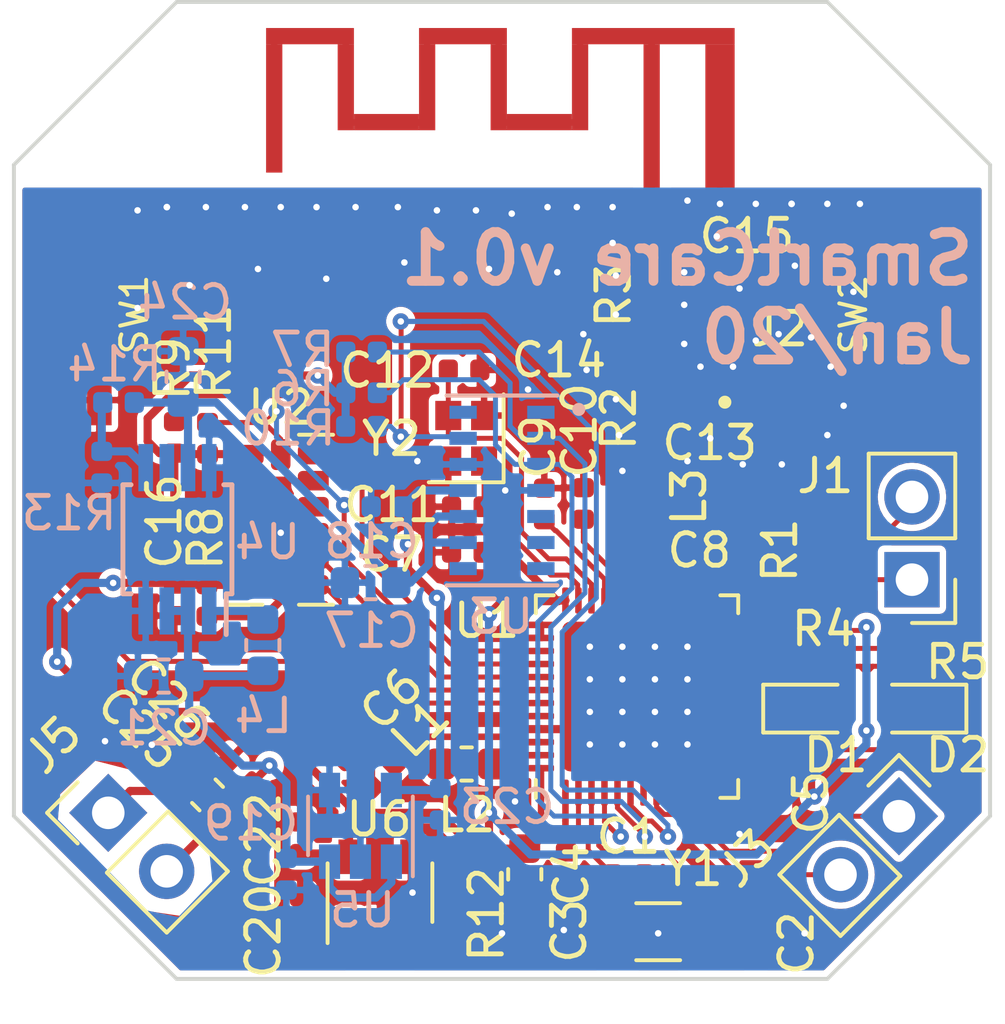
<source format=kicad_pcb>
(kicad_pcb (version 20171130) (host pcbnew "(5.1.2)-2")
  (layers (0 F.Cu signal) (31 B.Cu signal) (34 B.Paste user) (35 F.Paste user) (36 B.SilkS user) (37 F.SilkS user) (38 B.Mask user) (39 F.Mask user) (44 Edge.Cuts user))
  (net 0 "")
  (net 1 GND)
  (net 2 "Net-(C1-Pad1)")
  (net 3 "Net-(C2-Pad1)")
  (net 4 "Net-(C3-Pad1)")
  (net 5 /microcontroller/VDD)
  (net 6 "Net-(C6-Pad1)")
  (net 7 "Net-(C8-Pad1)")
  (net 8 "Net-(C9-Pad2)")
  (net 9 "Net-(C10-Pad2)")
  (net 10 "Net-(C11-Pad2)")
  (net 11 "Net-(C12-Pad2)")
  (net 12 "Net-(C13-Pad1)")
  (net 13 "Net-(C13-Pad2)")
  (net 14 /peripherals/+5V)
  (net 15 /peripherals/+1V8)
  (net 16 /microcontroller/LED_RED)
  (net 17 "Net-(D1-Pad2)")
  (net 18 "Net-(D2-Pad2)")
  (net 19 /microcontroller/LED_GREEN)
  (net 20 /microcontroller/SWDIO)
  (net 21 /microcontroller/SWDCLK)
  (net 22 /microcontroller/RESET)
  (net 23 /microcontroller/TX)
  (net 24 /microcontroller/RX)
  (net 25 "Net-(L1-Pad2)")
  (net 26 "Net-(L2-Pad2)")
  (net 27 "Net-(L3-Pad2)")
  (net 28 "Net-(L4-Pad2)")
  (net 29 /microcontroller/HEART_RATE_SDA)
  (net 30 /microcontroller/HEART_RATE_SCL)
  (net 31 "Net-(R8-Pad2)")
  (net 32 /microcontroller/ACCEL_SDA)
  (net 33 /microcontroller/HEART_RATE_INT)
  (net 34 /microcontroller/ACCEL_SCL)
  (net 35 "Net-(R13-Pad1)")
  (net 36 /microcontroller/BUTTON1)
  (net 37 /microcontroller/BUTTON2)
  (net 38 /microcontroller/ACCEL_INT1)
  (net 39 /power_supply/VBAT)
  (net 40 /microcontroller/ACCEL_INT2)
  (module smartcare:AN043 (layer F.Cu) (at 167.55 75.6)
    (fp_text reference AE1 hide)
    (fp_text value AN043)
    (pad 1 connect rect (at 0.55 -2.43) (size 0.5 3.94) (layers F.Cu) (net 1 GND))
    (pad 1 connect rect (at 2.75 -3.08) (size 0.5 2.64) (layers F.Cu) (net 1 GND))
    (pad 1 connect rect (at 1.65 -4.65) (size 2.7 0.5) (layers F.Cu) (net 1 GND))
    (pad 1 connect rect (at 4 -2.01) (size 2 0.5) (layers F.Cu) (net 1 GND))
    (pad 1 connect rect (at 5.25 -3.08) (size 0.5 2.64) (layers F.Cu) (net 1 GND))
    (pad 1 connect rect (at 6.35 -4.65) (size 2.7 0.5) (layers F.Cu) (net 1 GND))
    (pad 1 connect rect (at 7.45 -3.08) (size 0.5 2.64) (layers F.Cu) (net 1 GND))
    (pad 1 connect rect (at 8.7 -2.01) (size 2 0.5) (layers F.Cu) (net 1 GND))
    (pad 1 connect rect (at 9.95 -3.08) (size 0.5 2.64) (layers F.Cu) (net 1 GND))
    (pad 1 connect rect (at 12.15 -2.2) (size 0.5 4.4) (layers F.Cu) (net 1 GND))
    (pad 1 connect rect (at 14.25 0.25) (size 0.9 0.5) (layers F.Cu) (net 1 GND))
    (pad 1 connect rect (at 12.15 0.25) (size 0.5 0.5) (layers F.Cu) (net 1 GND))
    (pad 1 connect rect (at 12.2 -4.65) (size 5 0.5) (layers F.Cu) (net 1 GND))
    (pad 1 connect rect (at 14.25 -2.2) (size 0.9 4.4) (layers F.Cu) (net 1 GND))
  )
  (module Resistor_SMD:R_0402_1005Metric (layer F.Cu) (at 166.03 88.28 270)
    (fp_text reference R8 (at -1.92 0.041 90) (layer F.SilkS))
    (fp_text value 4.7k)
    (pad 1 smd roundrect (at -0.485 0 270) (size 0.59 0.64) (layers F.Cu F.Paste F.Mask) (net 5 /microcontroller/VDD))
    (pad 2 smd roundrect (at 0.485 0 270) (size 0.59 0.64) (layers F.Cu F.Paste F.Mask) (net 31 "Net-(R8-Pad2)"))
  )
  (module Resistor_SMD:R_0402_1005Metric (layer F.Cu) (at 184.985 90.3 180)
    (fp_text reference R4 (at 0 1.146) (layer F.SilkS))
    (fp_text value 220)
    (pad 1 smd roundrect (at -0.485 0 180) (size 0.59 0.64) (layers F.Cu F.Paste F.Mask) (net 5 /microcontroller/VDD))
    (pad 2 smd roundrect (at 0.485 0 180) (size 0.59 0.64) (layers F.Cu F.Paste F.Mask) (net 17 "Net-(D1-Pad2)"))
  )
  (module Resistor_SMD:R_0402_1005Metric (layer F.Cu) (at 187.515 90.3)
    (fp_text reference R5 (at 1.588 -0.13) (layer F.SilkS))
    (fp_text value 220)
    (pad 1 smd roundrect (at -0.485 0) (size 0.59 0.64) (layers F.Cu F.Paste F.Mask) (net 5 /microcontroller/VDD))
    (pad 2 smd roundrect (at 0.485 0) (size 0.59 0.64) (layers F.Cu F.Paste F.Mask) (net 18 "Net-(D2-Pad2)"))
  )
  (module LED_SMD:LED_0603_1608Metric (layer F.Cu) (at 184.6125 91.6)
    (fp_text reference D1 (at 0.744 1.4275) (layer F.SilkS))
    (fp_text value RED)
    (pad 1 smd roundrect (at -0.7875 0) (size 0.875 0.95) (layers F.Cu F.Paste F.Mask) (net 16 /microcontroller/LED_RED))
    (pad 2 smd roundrect (at 0.7875 0) (size 0.875 0.95) (layers F.Cu F.Paste F.Mask) (net 17 "Net-(D1-Pad2)"))
  )
  (module LED_SMD:LED_0603_1608Metric (layer F.Cu) (at 187.8875 91.6 180)
    (fp_text reference D2 (at -1.2155 -1.4275) (layer F.SilkS))
    (fp_text value GREEN)
    (pad 2 smd roundrect (at 0.7875 0 180) (size 0.875 0.95) (layers F.Cu F.Paste F.Mask) (net 18 "Net-(D2-Pad2)"))
    (pad 1 smd roundrect (at -0.7875 0 180) (size 0.875 0.95) (layers F.Cu F.Paste F.Mask) (net 19 /microcontroller/LED_GREEN))
  )
  (module Capacitor_SMD:C_0402_1005Metric (layer F.Cu) (at 178.985 96.7)
    (fp_text reference C1 (at 0 -1.17) (layer F.SilkS))
    (fp_text value 12pF)
    (pad 2 smd roundrect (at 0.485 0) (size 0.59 0.64) (layers F.Cu F.Paste F.Mask) (net 1 GND))
    (pad 1 smd roundrect (at -0.485 0) (size 0.59 0.64) (layers F.Cu F.Paste F.Mask) (net 2 "Net-(C1-Pad1)"))
  )
  (module Capacitor_SMD:C_0402_1005Metric (layer F.Cu) (at 182.9 98.515 270)
    (fp_text reference C2 (at 0.291 -1.25 90) (layer F.SilkS))
    (fp_text value 12pF)
    (pad 1 smd roundrect (at -0.485 0 270) (size 0.59 0.64) (layers F.Cu F.Paste F.Mask) (net 3 "Net-(C2-Pad1)"))
    (pad 2 smd roundrect (at 0.485 0 270) (size 0.59 0.64) (layers F.Cu F.Paste F.Mask) (net 1 GND))
  )
  (module Capacitor_SMD:C_0402_1005Metric (layer F.Cu) (at 177.075 96.485 270)
    (fp_text reference C3 (at 1.94 -0.09 90) (layer F.SilkS))
    (fp_text value 100nF)
    (pad 1 smd roundrect (at -0.485 0 270) (size 0.59 0.64) (layers F.Cu F.Paste F.Mask) (net 4 "Net-(C3-Pad1)"))
    (pad 2 smd roundrect (at 0.485 0 270) (size 0.59 0.64) (layers F.Cu F.Paste F.Mask) (net 1 GND))
  )
  (module Capacitor_SMD:C_0402_1005Metric (layer F.Cu) (at 183.5 93.885 270)
    (fp_text reference C5 (at 0.603 -1.0945 270) (layer F.SilkS))
    (fp_text value 100nF)
    (pad 2 smd roundrect (at 0.485 0 270) (size 0.59 0.64) (layers F.Cu F.Paste F.Mask) (net 1 GND))
    (pad 1 smd roundrect (at -0.485 0 270) (size 0.59 0.64) (layers F.Cu F.Paste F.Mask) (net 5 /microcontroller/VDD))
  )
  (module Capacitor_SMD:C_0402_1005Metric (layer F.Cu) (at 170.592947 92.807053 225)
    (fp_text reference C6 (at -1.842088 0.270822 45) (layer F.SilkS))
    (fp_text value 1uF)
    (pad 1 smd roundrect (at -0.485 0 225) (size 0.59 0.64) (layers F.Cu F.Paste F.Mask) (net 6 "Net-(C6-Pad1)"))
    (pad 2 smd roundrect (at 0.485 0 225) (size 0.59 0.64) (layers F.Cu F.Paste F.Mask) (net 1 GND))
  )
  (module Capacitor_SMD:C_0402_1005Metric (layer F.Cu) (at 174.035 86.8 180)
    (fp_text reference C7 (at 2.331 -0.068) (layer F.SilkS))
    (fp_text value 100nF)
    (pad 2 smd roundrect (at 0.485 0 180) (size 0.59 0.64) (layers F.Cu F.Paste F.Mask) (net 1 GND))
    (pad 1 smd roundrect (at -0.485 0 180) (size 0.59 0.64) (layers F.Cu F.Paste F.Mask) (net 5 /microcontroller/VDD))
  )
  (module Capacitor_SMD:C_0402_1005Metric (layer F.Cu) (at 179.235 86.7 180)
    (fp_text reference C8 (at -1.9305 -0.041) (layer F.SilkS))
    (fp_text value 0.8pF)
    (pad 2 smd roundrect (at 0.485 0 180) (size 0.59 0.64) (layers F.Cu F.Paste F.Mask) (net 1 GND))
    (pad 1 smd roundrect (at -0.485 0 180) (size 0.59 0.64) (layers F.Cu F.Paste F.Mask) (net 7 "Net-(C8-Pad1)"))
  )
  (module Capacitor_SMD:C_0402_1005Metric (layer F.Cu) (at 176.4 85.315 270)
    (fp_text reference C9 (at -1.749 0.1875 90) (layer F.SilkS))
    (fp_text value 100pF)
    (pad 2 smd roundrect (at 0.485 0 270) (size 0.59 0.64) (layers F.Cu F.Paste F.Mask) (net 8 "Net-(C9-Pad2)"))
    (pad 1 smd roundrect (at -0.485 0 270) (size 0.59 0.64) (layers F.Cu F.Paste F.Mask) (net 1 GND))
  )
  (module Capacitor_SMD:C_0402_1005Metric (layer F.Cu) (at 177.6 85.3 270)
    (fp_text reference C10 (at -2.242 0.1175 90) (layer F.SilkS))
    (fp_text value NC)
    (pad 2 smd roundrect (at 0.485 0 270) (size 0.59 0.64) (layers F.Cu F.Paste F.Mask) (net 9 "Net-(C10-Pad2)"))
    (pad 1 smd roundrect (at -0.485 0 270) (size 0.59 0.64) (layers F.Cu F.Paste F.Mask) (net 1 GND))
  )
  (module Capacitor_SMD:C_0402_1005Metric (layer F.Cu) (at 174.035 85.4)
    (fp_text reference C11 (at -2.331 -0.056) (layer F.SilkS))
    (fp_text value 12pF)
    (pad 1 smd roundrect (at -0.485 0) (size 0.59 0.64) (layers F.Cu F.Paste F.Mask) (net 1 GND))
    (pad 2 smd roundrect (at 0.485 0) (size 0.59 0.64) (layers F.Cu F.Paste F.Mask) (net 10 "Net-(C11-Pad2)"))
  )
  (module Capacitor_SMD:C_0402_1005Metric (layer F.Cu) (at 173.935 81.2 180)
    (fp_text reference C12 (at 2.358 -0.0165) (layer F.SilkS))
    (fp_text value 12pF)
    (pad 1 smd roundrect (at -0.485 0 180) (size 0.59 0.64) (layers F.Cu F.Paste F.Mask) (net 1 GND))
    (pad 2 smd roundrect (at 0.485 0 180) (size 0.59 0.64) (layers F.Cu F.Paste F.Mask) (net 11 "Net-(C12-Pad2)"))
  )
  (module Capacitor_SMD:C_0402_1005Metric (layer F.Cu) (at 180.2 82.2)
    (fp_text reference C13 (at 1.283 1.239) (layer F.SilkS))
    (fp_text value NC)
    (pad 1 smd roundrect (at -0.485 0) (size 0.59 0.64) (layers F.Cu F.Paste F.Mask) (net 12 "Net-(C13-Pad1)"))
    (pad 2 smd roundrect (at 0.485 0) (size 0.59 0.64) (layers F.Cu F.Paste F.Mask) (net 13 "Net-(C13-Pad2)"))
  )
  (module Capacitor_SMD:C_0402_1005Metric (layer F.Cu) (at 179.215 80.8 180)
    (fp_text reference C14 (at 2.3675 -0.099) (layer F.SilkS))
    (fp_text value NC)
    (pad 1 smd roundrect (at -0.485 0 180) (size 0.59 0.64) (layers F.Cu F.Paste F.Mask) (net 12 "Net-(C13-Pad1)"))
    (pad 2 smd roundrect (at 0.485 0 180) (size 0.59 0.64) (layers F.Cu F.Paste F.Mask) (net 1 GND))
  )
  (module Capacitor_SMD:C_0402_1005Metric (layer F.Cu) (at 180.185 77.1)
    (fp_text reference C15 (at 2.441 -0.011) (layer F.SilkS))
    (fp_text value NC)
    (pad 1 smd roundrect (at -0.485 0) (size 0.59 0.64) (layers F.Cu F.Paste F.Mask) (net 1 GND))
    (pad 2 smd roundrect (at 0.485 0) (size 0.59 0.64) (layers F.Cu F.Paste F.Mask) (net 1 GND))
  )
  (module Capacitor_SMD:C_0402_1005Metric (layer F.Cu) (at 165.03 88.26 270)
    (fp_text reference C16 (at -2.408 0.311 90) (layer F.SilkS))
    (fp_text value 100nF)
    (pad 2 smd roundrect (at 0.485 0 270) (size 0.59 0.64) (layers F.Cu F.Paste F.Mask) (net 1 GND))
    (pad 1 smd roundrect (at -0.485 0 270) (size 0.59 0.64) (layers F.Cu F.Paste F.Mask) (net 5 /microcontroller/VDD))
  )
  (module Capacitor_SMD:C_0603_1608Metric (layer B.Cu) (at 171.06 87.73 180)
    (fp_text reference C17 (at -0.0344 -1.4748) (layer B.SilkS) (effects (justify mirror)))
    (fp_text value 10uF)
    (pad 1 smd roundrect (at -0.7875 0 180) (size 0.875 0.95) (layers B.Cu B.Paste B.Mask) (net 14 /peripherals/+5V))
    (pad 2 smd roundrect (at 0.7875 0 180) (size 0.875 0.95) (layers B.Cu B.Paste B.Mask) (net 1 GND))
  )
  (module Capacitor_SMD:C_0402_1005Metric (layer B.Cu) (at 171.565 85.4 180)
    (fp_text reference C18 (at 0.4706 -1.0616) (layer B.SilkS) (effects (justify mirror)))
    (fp_text value 100nF)
    (pad 2 smd roundrect (at 0.485 0 180) (size 0.59 0.64) (layers B.Cu B.Paste B.Mask) (net 1 GND))
    (pad 1 smd roundrect (at -0.485 0 180) (size 0.59 0.64) (layers B.Cu B.Paste B.Mask) (net 15 /peripherals/+1V8))
  )
  (module Capacitor_SMD:C_0402_1005Metric (layer B.Cu) (at 168.475 96.685 270)
    (fp_text reference C19 (at -1.562 1.089 180) (layer B.SilkS) (effects (justify mirror)))
    (fp_text value 1uF)
    (pad 2 smd roundrect (at 0.485 0 270) (size 0.59 0.64) (layers B.Cu B.Paste B.Mask) (net 1 GND))
    (pad 1 smd roundrect (at -0.485 0 270) (size 0.59 0.64) (layers B.Cu B.Paste B.Mask) (net 39 /power_supply/VBAT))
  )
  (module Capacitor_SMD:C_0402_1005Metric (layer F.Cu) (at 168.9 97.865 90)
    (fp_text reference C20 (at -0.56 -1.133 90) (layer F.SilkS))
    (fp_text value 1uF)
    (pad 2 smd roundrect (at 0.485 0 90) (size 0.59 0.64) (layers F.Cu F.Paste F.Mask) (net 1 GND))
    (pad 1 smd roundrect (at -0.485 0 90) (size 0.59 0.64) (layers F.Cu F.Paste F.Mask) (net 39 /power_supply/VBAT))
  )
  (module Capacitor_SMD:C_0603_1608Metric (layer B.Cu) (at 164.7 90.6 180)
    (fp_text reference C21 (at -0.019 -1.602 180) (layer B.SilkS) (effects (justify mirror)))
    (fp_text value 10uF)
    (pad 1 smd roundrect (at -0.7875 0 180) (size 0.875 0.95) (layers B.Cu B.Paste B.Mask) (net 39 /power_supply/VBAT))
    (pad 2 smd roundrect (at 0.7875 0 180) (size 0.875 0.95) (layers B.Cu B.Paste B.Mask) (net 1 GND))
  )
  (module Capacitor_SMD:C_0402_1005Metric (layer F.Cu) (at 168.9 95.565 90)
    (fp_text reference C22 (at -0.066 -1.133 90) (layer F.SilkS))
    (fp_text value 1uF)
    (pad 1 smd roundrect (at -0.485 0 90) (size 0.59 0.64) (layers F.Cu F.Paste F.Mask) (net 5 /microcontroller/VDD))
    (pad 2 smd roundrect (at 0.485 0 90) (size 0.59 0.64) (layers F.Cu F.Paste F.Mask) (net 1 GND))
  )
  (module Capacitor_SMD:C_0402_1005Metric (layer B.Cu) (at 173.2 94.535 270)
    (fp_text reference C23 (at 0.08 -2.06 180) (layer B.SilkS) (effects (justify mirror)))
    (fp_text value 2.2uF)
    (pad 1 smd roundrect (at -0.485 0 270) (size 0.59 0.64) (layers B.Cu B.Paste B.Mask) (net 15 /peripherals/+1V8))
    (pad 2 smd roundrect (at 0.485 0 270) (size 0.59 0.64) (layers B.Cu B.Paste B.Mask) (net 1 GND))
  )
  (module Capacitor_SMD:C_0603_1608Metric (layer B.Cu) (at 165.3 81.4125 90)
    (fp_text reference C24 (at 2.2915 0.054 180) (layer B.SilkS) (effects (justify mirror)))
    (fp_text value 22uF)
    (pad 2 smd roundrect (at 0.7875 0 90) (size 0.875 0.95) (layers B.Cu B.Paste B.Mask) (net 1 GND))
    (pad 1 smd roundrect (at -0.7875 0 90) (size 0.875 0.95) (layers B.Cu B.Paste B.Mask) (net 14 /peripherals/+5V))
  )
  (module smartcare:IPEX_20369-001E-03 (layer F.Cu) (at 183.7 82.2 270)
    (fp_text reference J2 (at -2.2535 0.058 180) (layer F.SilkS))
    (fp_text value Conn_Coaxial)
    (pad 2 smd rect (at 0 -1.025 270) (size 0.5 0.55) (layers F.Cu F.Paste F.Mask) (net 1 GND))
    (pad 1 smd rect (at 0 0.975 270) (size 0.5 0.65) (layers F.Cu F.Paste F.Mask) (net 13 "Net-(C13-Pad2)"))
    (pad 2 smd rect (at -1 0 270) (size 0.6 1.5) (layers F.Cu F.Paste F.Mask) (net 1 GND))
    (pad 2 smd rect (at 1 0 270) (size 0.6 1.5) (layers F.Cu F.Paste F.Mask) (net 1 GND))
  )
  (module Inductor_SMD:L_0402_1005Metric (layer F.Cu) (at 171.442947 93.657053 45)
    (fp_text reference L1 (at 1.842088 -0.215668 45) (layer F.SilkS))
    (fp_text value 15nH)
    (pad 2 smd roundrect (at 0.485 0 45) (size 0.59 0.64) (layers F.Cu F.Paste F.Mask) (net 25 "Net-(L1-Pad2)"))
    (pad 1 smd roundrect (at -0.485 0 45) (size 0.59 0.64) (layers F.Cu F.Paste F.Mask) (net 6 "Net-(C6-Pad1)"))
  )
  (module Inductor_SMD:L_0603_1608Metric (layer F.Cu) (at 174.0125 93.3)
    (fp_text reference L2 (at 0 1.569) (layer F.SilkS))
    (fp_text value 10uH)
    (pad 2 smd roundrect (at 0.7875 0) (size 0.875 0.95) (layers F.Cu F.Paste F.Mask) (net 26 "Net-(L2-Pad2)"))
    (pad 1 smd roundrect (at -0.7875 0) (size 0.875 0.95) (layers F.Cu F.Paste F.Mask) (net 25 "Net-(L1-Pad2)"))
  )
  (module Inductor_SMD:L_0402_1005Metric (layer F.Cu) (at 179.7 84.915 90)
    (fp_text reference L3 (at -0.175 1.148 90) (layer F.SilkS))
    (fp_text value 3.9nH)
    (pad 1 smd roundrect (at -0.485 0 90) (size 0.59 0.64) (layers F.Cu F.Paste F.Mask) (net 7 "Net-(C8-Pad1)"))
    (pad 2 smd roundrect (at 0.485 0 90) (size 0.59 0.64) (layers F.Cu F.Paste F.Mask) (net 27 "Net-(L3-Pad2)"))
  )
  (module Inductor_SMD:L_0603_1608Metric (layer B.Cu) (at 167.75 89.65 90)
    (fp_text reference L4 (at -2.171 0.017 180) (layer B.SilkS) (effects (justify mirror)))
    (fp_text value 2.2uH)
    (pad 1 smd roundrect (at -0.7875 0 90) (size 0.875 0.95) (layers B.Cu B.Paste B.Mask) (net 39 /power_supply/VBAT))
    (pad 2 smd roundrect (at 0.7875 0 90) (size 0.875 0.95) (layers B.Cu B.Paste B.Mask) (net 28 "Net-(L4-Pad2)"))
  )
  (module Resistor_SMD:R_0402_1005Metric (layer F.Cu) (at 183.6 88.715 90)
    (fp_text reference R1 (at 1.974 0.042 90) (layer F.SilkS))
    (fp_text value NC)
    (pad 2 smd roundrect (at 0.485 0 90) (size 0.59 0.64) (layers F.Cu F.Paste F.Mask) (net 22 /microcontroller/RESET))
    (pad 1 smd roundrect (at -0.485 0 90) (size 0.59 0.64) (layers F.Cu F.Paste F.Mask) (net 5 /microcontroller/VDD))
  )
  (module Resistor_SMD:R_0402_1005Metric (layer F.Cu) (at 179.7 82.685 90)
    (fp_text reference R2 (at 0 -1.011 90) (layer F.SilkS))
    (fp_text value 0)
    (pad 1 smd roundrect (at -0.485 0 90) (size 0.59 0.64) (layers F.Cu F.Paste F.Mask) (net 27 "Net-(L3-Pad2)"))
    (pad 2 smd roundrect (at 0.485 0 90) (size 0.59 0.64) (layers F.Cu F.Paste F.Mask) (net 12 "Net-(C13-Pad1)"))
  )
  (module Resistor_SMD:R_0402_1005Metric (layer F.Cu) (at 179.7 78.915 90)
    (fp_text reference R3 (at 0 -1.17 90) (layer F.SilkS))
    (fp_text value 0)
    (pad 2 smd roundrect (at 0.485 0 90) (size 0.59 0.64) (layers F.Cu F.Paste F.Mask) (net 1 GND))
    (pad 1 smd roundrect (at -0.485 0 90) (size 0.59 0.64) (layers F.Cu F.Paste F.Mask) (net 12 "Net-(C13-Pad1)"))
  )
  (module Resistor_SMD:R_0402_1005Metric (layer B.Cu) (at 170.785 81.9)
    (fp_text reference R6 (at -1.8115 -0.112) (layer B.SilkS) (effects (justify mirror)))
    (fp_text value 4.7k)
    (pad 2 smd roundrect (at 0.485 0) (size 0.59 0.64) (layers B.Cu B.Paste B.Mask) (net 29 /microcontroller/HEART_RATE_SDA))
    (pad 1 smd roundrect (at -0.485 0) (size 0.59 0.64) (layers B.Cu B.Paste B.Mask) (net 5 /microcontroller/VDD))
  )
  (module Resistor_SMD:R_0402_1005Metric (layer B.Cu) (at 170.785 80.65)
    (fp_text reference R7 (at -1.8115 -0.0685) (layer B.SilkS) (effects (justify mirror)))
    (fp_text value 4.7k)
    (pad 1 smd roundrect (at -0.485 0) (size 0.59 0.64) (layers B.Cu B.Paste B.Mask) (net 5 /microcontroller/VDD))
    (pad 2 smd roundrect (at 0.485 0) (size 0.59 0.64) (layers B.Cu B.Paste B.Mask) (net 30 /microcontroller/HEART_RATE_SCL))
  )
  (module Resistor_SMD:R_0402_1005Metric (layer F.Cu) (at 165.03 83.27 90)
    (fp_text reference R9 (at 2.117 -0.057 90) (layer F.SilkS))
    (fp_text value 4.7k)
    (pad 2 smd roundrect (at 0.485 0 90) (size 0.59 0.64) (layers F.Cu F.Paste F.Mask) (net 32 /microcontroller/ACCEL_SDA))
    (pad 1 smd roundrect (at -0.485 0 90) (size 0.59 0.64) (layers F.Cu F.Paste F.Mask) (net 5 /microcontroller/VDD))
  )
  (module Resistor_SMD:R_0402_1005Metric (layer B.Cu) (at 170.78 82.93)
    (fp_text reference R10 (at -2.251 0.0645) (layer B.SilkS) (effects (justify mirror)))
    (fp_text value 4.7k)
    (pad 2 smd roundrect (at 0.485 0) (size 0.59 0.64) (layers B.Cu B.Paste B.Mask) (net 33 /microcontroller/HEART_RATE_INT))
    (pad 1 smd roundrect (at -0.485 0) (size 0.59 0.64) (layers B.Cu B.Paste B.Mask) (net 5 /microcontroller/VDD))
  )
  (module Resistor_SMD:R_0402_1005Metric (layer F.Cu) (at 166.05 83.3 90)
    (fp_text reference R11 (at 2.655 0.193 90) (layer F.SilkS))
    (fp_text value 4.7k)
    (pad 1 smd roundrect (at -0.485 0 90) (size 0.59 0.64) (layers F.Cu F.Paste F.Mask) (net 5 /microcontroller/VDD))
    (pad 2 smd roundrect (at 0.485 0 90) (size 0.59 0.64) (layers F.Cu F.Paste F.Mask) (net 34 /microcontroller/ACCEL_SCL))
  )
  (module Resistor_SMD:R_0402_1005Metric (layer F.Cu) (at 173.65 97.865 270)
    (fp_text reference R12 (at 0.052 -0.975 90) (layer F.SilkS))
    (fp_text value NC)
    (pad 2 smd roundrect (at 0.485 0 270) (size 0.59 0.64) (layers F.Cu F.Paste F.Mask) (net 39 /power_supply/VBAT))
    (pad 1 smd roundrect (at -0.485 0 270) (size 0.59 0.64) (layers F.Cu F.Paste F.Mask) (net 5 /microcontroller/VDD))
  )
  (module Resistor_SMD:R_0402_1005Metric (layer B.Cu) (at 162.8 84.185 270)
    (fp_text reference R13 (at 1.413 1.002 180) (layer B.SilkS) (effects (justify mirror)))
    (fp_text value 100k)
    (pad 2 smd roundrect (at 0.485 0 270) (size 0.59 0.64) (layers B.Cu B.Paste B.Mask) (net 1 GND))
    (pad 1 smd roundrect (at -0.485 0 270) (size 0.59 0.64) (layers B.Cu B.Paste B.Mask) (net 35 "Net-(R13-Pad1)"))
  )
  (module Resistor_SMD:R_0402_1005Metric (layer B.Cu) (at 163.315 82.2 180)
    (fp_text reference R14 (at 0.12 1.174 180) (layer B.SilkS) (effects (justify mirror)))
    (fp_text value 750k)
    (pad 1 smd roundrect (at -0.485 0 180) (size 0.59 0.64) (layers B.Cu B.Paste B.Mask) (net 14 /peripherals/+5V))
    (pad 2 smd roundrect (at 0.485 0 180) (size 0.59 0.64) (layers B.Cu B.Paste B.Mask) (net 35 "Net-(R13-Pad1)"))
  )
  (module smartcare:EVQPUA (layer F.Cu) (at 161.9975 79.5 270)
    (fp_text reference SW1 (at -0.002 -1.8025 270) (layer F.SilkS) (effects (font (size 0.8 0.8) (thickness 0.12))))
    (fp_text value SW_Push)
    (pad 2 smd rect (at -2.625 0.7275 270) (size 1.55 0.755) (layers F.Cu F.Paste F.Mask) (net 36 /microcontroller/BUTTON1))
    (pad 1 smd rect (at -2.625 -0.7275 270) (size 1.55 0.75) (layers F.Cu F.Paste F.Mask) (net 1 GND))
    (pad 1 smd rect (at 2.625 -0.7275 270) (size 1.55 0.755) (layers F.Cu F.Paste F.Mask) (net 1 GND))
    (pad 2 smd rect (at 2.625 0.7275 270) (size 1.55 0.755) (layers F.Cu F.Paste F.Mask) (net 36 /microcontroller/BUTTON1))
  )
  (module smartcare:EVQPUA (layer F.Cu) (at 188.25 79.5 90)
    (fp_text reference SW2 (at 0.002 -2.35 90) (layer F.SilkS) (effects (font (size 0.8 0.8) (thickness 0.12))))
    (fp_text value SW_Push)
    (pad 2 smd rect (at 2.625 0.7275 90) (size 1.55 0.755) (layers F.Cu F.Paste F.Mask) (net 37 /microcontroller/BUTTON2))
    (pad 1 smd rect (at 2.625 -0.7275 90) (size 1.55 0.755) (layers F.Cu F.Paste F.Mask) (net 1 GND))
    (pad 1 smd rect (at -2.625 -0.7275 90) (size 1.55 0.75) (layers F.Cu F.Paste F.Mask) (net 1 GND))
    (pad 2 smd rect (at -2.625 0.7275 90) (size 1.55 0.755) (layers F.Cu F.Paste F.Mask) (net 37 /microcontroller/BUTTON2))
  )
  (module Package_DFN_QFN:QFN-48-1EP_6x6mm_P0.4mm_EP4.6x4.6mm (layer F.Cu) (at 179.25 91.23 90)
    (fp_text reference U1 (at 2.33 -4.625) (layer F.SilkS))
    (fp_text value nRF52832-QFxx)
    (pad 49 smd roundrect (at 0 0 90) (size 4.6 4.6) (layers F.Cu F.Mask) (roundrect_rratio 0.054348) (net 1 GND))
    (pad 1 smd roundrect (at -2.95 -2.2 90) (size 0.8 0.2) (layers F.Cu F.Paste F.Mask) (net 4 "Net-(C3-Pad1)"))
    (pad 2 smd roundrect (at -2.95 -1.8 90) (size 0.8 0.2) (layers F.Cu F.Paste F.Mask) (net 2 "Net-(C1-Pad1)"))
    (pad 3 smd roundrect (at -2.95 -1.4 90) (size 0.8 0.2) (layers F.Cu F.Paste F.Mask) (net 3 "Net-(C2-Pad1)"))
    (pad 4 smd roundrect (at -2.95 -1 90) (size 0.8 0.2) (layers F.Cu F.Paste F.Mask) (net 29 /microcontroller/HEART_RATE_SDA))
    (pad 5 smd roundrect (at -2.95 -0.6 90) (size 0.8 0.2) (layers F.Cu F.Paste F.Mask) (net 30 /microcontroller/HEART_RATE_SCL))
    (pad 6 smd roundrect (at -2.95 -0.2 90) (size 0.8 0.2) (layers F.Cu F.Paste F.Mask) (net 33 /microcontroller/HEART_RATE_INT))
    (pad 7 smd roundrect (at -2.95 0.2 90) (size 0.8 0.2) (layers F.Cu F.Paste F.Mask))
    (pad 8 smd roundrect (at -2.95 0.6 90) (size 0.8 0.2) (layers F.Cu F.Paste F.Mask) (net 24 /microcontroller/RX))
    (pad 9 smd roundrect (at -2.95 1 90) (size 0.8 0.2) (layers F.Cu F.Paste F.Mask))
    (pad 10 smd roundrect (at -2.95 1.4 90) (size 0.8 0.2) (layers F.Cu F.Paste F.Mask) (net 23 /microcontroller/TX))
    (pad 11 smd roundrect (at -2.95 1.8 90) (size 0.8 0.2) (layers F.Cu F.Paste F.Mask))
    (pad 12 smd roundrect (at -2.95 2.2 90) (size 0.8 0.2) (layers F.Cu F.Paste F.Mask))
    (pad 13 smd roundrect (at -2.2 2.95 90) (size 0.2 0.8) (layers F.Cu F.Paste F.Mask) (net 5 /microcontroller/VDD))
    (pad 14 smd roundrect (at -1.8 2.95 90) (size 0.2 0.8) (layers F.Cu F.Paste F.Mask))
    (pad 15 smd roundrect (at -1.4 2.95 90) (size 0.2 0.8) (layers F.Cu F.Paste F.Mask))
    (pad 16 smd roundrect (at -1 2.95 90) (size 0.2 0.8) (layers F.Cu F.Paste F.Mask))
    (pad 17 smd roundrect (at -0.6 2.95 90) (size 0.2 0.8) (layers F.Cu F.Paste F.Mask) (net 37 /microcontroller/BUTTON2))
    (pad 18 smd roundrect (at -0.2 2.95 90) (size 0.2 0.8) (layers F.Cu F.Paste F.Mask))
    (pad 19 smd roundrect (at 0.2 2.95 90) (size 0.2 0.8) (layers F.Cu F.Paste F.Mask))
    (pad 20 smd roundrect (at 0.6 2.95 90) (size 0.2 0.8) (layers F.Cu F.Paste F.Mask) (net 16 /microcontroller/LED_RED))
    (pad 21 smd roundrect (at 1 2.95 90) (size 0.2 0.8) (layers F.Cu F.Paste F.Mask) (net 19 /microcontroller/LED_GREEN))
    (pad 22 smd roundrect (at 1.4 2.95 90) (size 0.2 0.8) (layers F.Cu F.Paste F.Mask))
    (pad 23 smd roundrect (at 1.8 2.95 90) (size 0.2 0.8) (layers F.Cu F.Paste F.Mask))
    (pad 24 smd roundrect (at 2.2 2.95 90) (size 0.2 0.8) (layers F.Cu F.Paste F.Mask) (net 22 /microcontroller/RESET))
    (pad 25 smd roundrect (at 2.95 2.2 90) (size 0.8 0.2) (layers F.Cu F.Paste F.Mask) (net 21 /microcontroller/SWDCLK))
    (pad 26 smd roundrect (at 2.95 1.8 90) (size 0.8 0.2) (layers F.Cu F.Paste F.Mask) (net 20 /microcontroller/SWDIO))
    (pad 27 smd roundrect (at 2.95 1.4 90) (size 0.8 0.2) (layers F.Cu F.Paste F.Mask))
    (pad 28 smd roundrect (at 2.95 1 90) (size 0.8 0.2) (layers F.Cu F.Paste F.Mask))
    (pad 29 smd roundrect (at 2.95 0.6 90) (size 0.8 0.2) (layers F.Cu F.Paste F.Mask))
    (pad 30 smd roundrect (at 2.95 0.2 90) (size 0.8 0.2) (layers F.Cu F.Paste F.Mask) (net 7 "Net-(C8-Pad1)"))
    (pad 31 smd roundrect (at 2.95 -0.2 90) (size 0.8 0.2) (layers F.Cu F.Paste F.Mask) (net 1 GND))
    (pad 32 smd roundrect (at 2.95 -0.6 90) (size 0.8 0.2) (layers F.Cu F.Paste F.Mask) (net 9 "Net-(C10-Pad2)"))
    (pad 33 smd roundrect (at 2.95 -1 90) (size 0.8 0.2) (layers F.Cu F.Paste F.Mask) (net 8 "Net-(C9-Pad2)"))
    (pad 34 smd roundrect (at 2.95 -1.4 90) (size 0.8 0.2) (layers F.Cu F.Paste F.Mask) (net 11 "Net-(C12-Pad2)"))
    (pad 35 smd roundrect (at 2.95 -1.8 90) (size 0.8 0.2) (layers F.Cu F.Paste F.Mask) (net 10 "Net-(C11-Pad2)"))
    (pad 36 smd roundrect (at 2.95 -2.2 90) (size 0.8 0.2) (layers F.Cu F.Paste F.Mask) (net 5 /microcontroller/VDD))
    (pad 37 smd roundrect (at 2.2 -2.95 90) (size 0.2 0.8) (layers F.Cu F.Paste F.Mask) (net 1 GND))
    (pad 38 smd roundrect (at 1.8 -2.95 90) (size 0.2 0.8) (layers F.Cu F.Paste F.Mask) (net 1 GND))
    (pad 39 smd roundrect (at 1.4 -2.95 90) (size 0.2 0.8) (layers F.Cu F.Paste F.Mask) (net 32 /microcontroller/ACCEL_SDA))
    (pad 40 smd roundrect (at 1 -2.95 90) (size 0.2 0.8) (layers F.Cu F.Paste F.Mask) (net 34 /microcontroller/ACCEL_SCL))
    (pad 41 smd roundrect (at 0.6 -2.95 90) (size 0.2 0.8) (layers F.Cu F.Paste F.Mask) (net 40 /microcontroller/ACCEL_INT2))
    (pad 42 smd roundrect (at 0.2 -2.95 90) (size 0.2 0.8) (layers F.Cu F.Paste F.Mask) (net 38 /microcontroller/ACCEL_INT1))
    (pad 43 smd roundrect (at -0.2 -2.95 90) (size 0.2 0.8) (layers F.Cu F.Paste F.Mask) (net 36 /microcontroller/BUTTON1))
    (pad 44 smd roundrect (at -0.6 -2.95 90) (size 0.2 0.8) (layers F.Cu F.Paste F.Mask))
    (pad 45 smd roundrect (at -1 -2.95 90) (size 0.2 0.8) (layers F.Cu F.Paste F.Mask) (net 1 GND))
    (pad 46 smd roundrect (at -1.4 -2.95 90) (size 0.2 0.8) (layers F.Cu F.Paste F.Mask) (net 6 "Net-(C6-Pad1)"))
    (pad 47 smd roundrect (at -1.8 -2.95 90) (size 0.2 0.8) (layers F.Cu F.Paste F.Mask) (net 26 "Net-(L2-Pad2)"))
    (pad 48 smd roundrect (at -2.2 -2.95 90) (size 0.2 0.8) (layers F.Cu F.Paste F.Mask) (net 5 /microcontroller/VDD))
  )
  (module Package_LGA:LGA-14_3x5mm_P0.8mm_LayoutBorder1x6y (layer F.Cu) (at 168.3 85.8)
    (fp_text reference U2 (at 0 -3.45) (layer F.SilkS))
    (fp_text value ADXL345)
    (pad 1 smd roundrect (at -1 -2) (size 0.95 0.6) (layers F.Cu F.Paste F.Mask) (net 5 /microcontroller/VDD))
    (pad 2 smd roundrect (at -1 -1.2) (size 0.95 0.6) (layers F.Cu F.Paste F.Mask) (net 1 GND))
    (pad 3 smd roundrect (at -1 -0.4) (size 0.95 0.6) (layers F.Cu F.Paste F.Mask))
    (pad 4 smd roundrect (at -1 0.4) (size 0.95 0.6) (layers F.Cu F.Paste F.Mask) (net 1 GND))
    (pad 5 smd roundrect (at -1 1.2) (size 0.95 0.6) (layers F.Cu F.Paste F.Mask) (net 1 GND))
    (pad 6 smd roundrect (at -1 2) (size 0.95 0.6) (layers F.Cu F.Paste F.Mask) (net 5 /microcontroller/VDD))
    (pad 7 smd roundrect (at 0 2) (size 0.6 0.95) (layers F.Cu F.Paste F.Mask) (net 31 "Net-(R8-Pad2)"))
    (pad 8 smd roundrect (at 1 2) (size 0.95 0.6) (layers F.Cu F.Paste F.Mask) (net 38 /microcontroller/ACCEL_INT1))
    (pad 9 smd roundrect (at 1 1.2) (size 0.95 0.6) (layers F.Cu F.Paste F.Mask) (net 40 /microcontroller/ACCEL_INT2))
    (pad 10 smd roundrect (at 1 0.4) (size 0.95 0.6) (layers F.Cu F.Paste F.Mask))
    (pad 11 smd roundrect (at 1 -0.4) (size 0.95 0.6) (layers F.Cu F.Paste F.Mask))
    (pad 12 smd roundrect (at 1 -1.2) (size 0.95 0.6) (layers F.Cu F.Paste F.Mask))
    (pad 13 smd roundrect (at 1 -2) (size 0.95 0.6) (layers F.Cu F.Paste F.Mask) (net 32 /microcontroller/ACCEL_SDA))
    (pad 14 smd roundrect (at 0 -2) (size 0.6 0.95) (layers F.Cu F.Paste F.Mask) (net 34 /microcontroller/ACCEL_SCL))
  )
  (module smartcare:OLGA-14 (layer B.Cu) (at 175.1 84.9 180)
    (fp_text reference U3 (at 0.0432 -3.873) (layer B.SilkS) (effects (justify mirror)))
    (fp_text value MAX30101EFD)
    (pad 1 smd rect (at -1.195 2.4 180) (size 0.84 0.4) (layers B.Cu B.Paste B.Mask))
    (pad 2 smd rect (at -1.195 1.6 180) (size 0.84 0.4) (layers B.Cu B.Paste B.Mask) (net 30 /microcontroller/HEART_RATE_SCL))
    (pad 3 smd rect (at -1.195 0.8 180) (size 0.84 0.4) (layers B.Cu B.Paste B.Mask) (net 29 /microcontroller/HEART_RATE_SDA))
    (pad 4 smd rect (at -1.195 0 180) (size 0.84 0.4) (layers B.Cu B.Paste B.Mask) (net 1 GND))
    (pad 5 smd rect (at -1.195 -0.8 180) (size 0.84 0.4) (layers B.Cu B.Paste B.Mask))
    (pad 6 smd rect (at -1.195 -1.6 180) (size 0.84 0.4) (layers B.Cu B.Paste B.Mask))
    (pad 7 smd rect (at -1.195 -2.4 180) (size 0.84 0.4) (layers B.Cu B.Paste B.Mask))
    (pad 8 smd rect (at 1.195 -2.4 180) (size 0.84 0.4) (layers B.Cu B.Paste B.Mask))
    (pad 9 smd rect (at 1.195 -1.6 180) (size 0.84 0.4) (layers B.Cu B.Paste B.Mask) (net 14 /peripherals/+5V))
    (pad 10 smd rect (at 1.195 -0.8 180) (size 0.84 0.4) (layers B.Cu B.Paste B.Mask) (net 14 /peripherals/+5V))
    (pad 11 smd rect (at 1.195 0 180) (size 0.84 0.4) (layers B.Cu B.Paste B.Mask) (net 15 /peripherals/+1V8))
    (pad 12 smd rect (at 1.195 0.8 180) (size 0.84 0.4) (layers B.Cu B.Paste B.Mask) (net 1 GND))
    (pad 13 smd rect (at 1.195 1.6 180) (size 0.84 0.4) (layers B.Cu B.Paste B.Mask) (net 33 /microcontroller/HEART_RATE_INT))
    (pad 14 smd rect (at 1.195 2.4 180) (size 0.84 0.4) (layers B.Cu B.Paste B.Mask))
  )
  (module Package_SO:MSOP-8_3x3mm_P0.65mm (layer B.Cu) (at 165.125 86.4 90)
    (fp_text reference U4 (at -0.087 2.769 180) (layer B.SilkS) (effects (justify mirror)))
    (fp_text value PAM2401)
    (pad 1 smd rect (at -2.2 0.975 90) (size 1.45 0.45) (layers B.Cu B.Paste B.Mask) (net 28 "Net-(L4-Pad2)"))
    (pad 2 smd rect (at -2.2 0.325 90) (size 1.45 0.45) (layers B.Cu B.Paste B.Mask) (net 39 /power_supply/VBAT))
    (pad 3 smd rect (at -2.2 -0.325 90) (size 1.45 0.45) (layers B.Cu B.Paste B.Mask) (net 39 /power_supply/VBAT))
    (pad 4 smd rect (at -2.2 -0.975 90) (size 1.45 0.45) (layers B.Cu B.Paste B.Mask) (net 1 GND))
    (pad 5 smd rect (at 2.2 -0.975 90) (size 1.45 0.45) (layers B.Cu B.Paste B.Mask) (net 35 "Net-(R13-Pad1)"))
    (pad 6 smd rect (at 2.2 -0.325 90) (size 1.45 0.45) (layers B.Cu B.Paste B.Mask))
    (pad 7 smd rect (at 2.2 0.325 90) (size 1.45 0.45) (layers B.Cu B.Paste B.Mask) (net 14 /peripherals/+5V))
    (pad 8 smd rect (at 2.2 0.975 90) (size 1.45 0.45) (layers B.Cu B.Paste B.Mask) (net 1 GND))
  )
  (module Package_TO_SOT_SMD:SOT-23-5 (layer B.Cu) (at 170.75 95.2 90)
    (fp_text reference U5 (at -2.59 0.065) (layer B.SilkS) (effects (justify mirror)))
    (fp_text value TPS78318)
    (pad 5 smd rect (at 1.1 0.95 90) (size 1.06 0.65) (layers B.Cu B.Paste B.Mask) (net 15 /peripherals/+1V8))
    (pad 4 smd rect (at 1.1 -0.95 90) (size 1.06 0.65) (layers B.Cu B.Paste B.Mask) (net 1 GND))
    (pad 3 smd rect (at -1.1 -0.95 90) (size 1.06 0.65) (layers B.Cu B.Paste B.Mask) (net 39 /power_supply/VBAT))
    (pad 2 smd rect (at -1.1 0 90) (size 1.06 0.65) (layers B.Cu B.Paste B.Mask) (net 1 GND))
    (pad 1 smd rect (at -1.1 0.95 90) (size 1.06 0.65) (layers B.Cu B.Paste B.Mask) (net 39 /power_supply/VBAT))
  )
  (module Package_TO_SOT_SMD:SOT-23-5 (layer F.Cu) (at 171.35 97.25 90)
    (fp_text reference U6 (at 2.254 -0.027) (layer F.SilkS))
    (fp_text value TPS78223)
    (pad 1 smd rect (at -1.1 -0.95 90) (size 1.06 0.65) (layers F.Cu F.Paste F.Mask) (net 39 /power_supply/VBAT))
    (pad 2 smd rect (at -1.1 0 90) (size 1.06 0.65) (layers F.Cu F.Paste F.Mask) (net 1 GND))
    (pad 3 smd rect (at -1.1 0.95 90) (size 1.06 0.65) (layers F.Cu F.Paste F.Mask) (net 39 /power_supply/VBAT))
    (pad 4 smd rect (at 1.1 0.95 90) (size 1.06 0.65) (layers F.Cu F.Paste F.Mask) (net 1 GND))
    (pad 5 smd rect (at 1.1 -0.95 90) (size 1.06 0.65) (layers F.Cu F.Paste F.Mask) (net 5 /microcontroller/VDD))
  )
  (module Crystal:Crystal_SMD_3215-2Pin_3.2x1.5mm (layer F.Cu) (at 179.9 98.45 180)
    (fp_text reference Y1 (at -1.075 1.93) (layer F.SilkS))
    (fp_text value 32.768kHz)
    (pad 1 smd rect (at 1.25 0 180) (size 1 1.8) (layers F.Cu F.Paste F.Mask) (net 2 "Net-(C1-Pad1)"))
    (pad 2 smd rect (at -1.25 0 180) (size 1 1.8) (layers F.Cu F.Paste F.Mask) (net 3 "Net-(C2-Pad1)"))
  )
  (module Crystal:Crystal_SMD_2016-4Pin_2.0x1.6mm (layer F.Cu) (at 174 83.3 90)
    (fp_text reference Y2 (at -0.012 -2.296 180) (layer F.SilkS))
    (fp_text value 32MHz)
    (pad 1 smd rect (at -0.7 0.55 90) (size 0.9 0.8) (layers F.Cu F.Paste F.Mask) (net 10 "Net-(C11-Pad2)"))
    (pad 2 smd rect (at 0.7 0.55 90) (size 0.9 0.8) (layers F.Cu F.Paste F.Mask) (net 1 GND))
    (pad 3 smd rect (at 0.7 -0.55 90) (size 0.9 0.8) (layers F.Cu F.Paste F.Mask) (net 11 "Net-(C12-Pad2)"))
    (pad 4 smd rect (at -0.7 -0.55 90) (size 0.9 0.8) (layers F.Cu F.Paste F.Mask) (net 1 GND))
  )
  (module Capacitor_SMD:C_0603_1608Metric (layer F.Cu) (at 166.05 94.25 135)
    (fp_text reference C25 (at 2.928129 -0.03182 135) (layer F.SilkS))
    (fp_text value 47uF)
    (pad 1 smd roundrect (at -0.7875 0 135) (size 0.875 0.95) (layers F.Cu F.Paste F.Mask) (net 39 /power_supply/VBAT))
    (pad 2 smd roundrect (at 0.7875 0 135) (size 0.875 0.95) (layers F.Cu F.Paste F.Mask) (net 1 GND))
  )
  (module Connector_PinHeader_2.54mm:PinHeader_1x02_P2.54mm_Vertical (layer F.Cu) (at 187.7 87.64 180)
    (fp_text reference J1 (at 2.661 3.185) (layer F.SilkS))
    (fp_text value Conn_01x02)
    (pad 2 thru_hole oval (at 0 2.54 180) (size 1.7 1.7) (drill 1) (layers *.Cu *.Mask) (net 20 /microcontroller/SWDIO))
    (pad 1 thru_hole rect (at 0 0 180) (size 1.7 1.7) (drill 1) (layers *.Cu *.Mask) (net 21 /microcontroller/SWDCLK))
  )
  (module Connector_PinHeader_2.54mm:PinHeader_1x02_P2.54mm_Vertical (layer F.Cu) (at 187.3 94.903949 315)
    (fp_text reference J3 (at -2.386803 4.223231 225) (layer F.SilkS))
    (fp_text value Conn_01x02)
    (pad 1 thru_hole rect (at 0 0 315) (size 1.7 1.7) (drill 1) (layers *.Cu *.Mask) (net 23 /microcontroller/TX))
    (pad 2 thru_hole oval (at 0 2.54 315) (size 1.7 1.7) (drill 1) (layers *.Cu *.Mask) (net 24 /microcontroller/RX))
  )
  (module Connector_PinHeader_2.54mm:PinHeader_1x02_P2.54mm_Vertical (layer F.Cu) (at 163 94.8 45)
    (fp_text reference J5 (at 0.268701 -2.687006 45) (layer F.SilkS))
    (fp_text value Conn_01x02)
    (pad 1 thru_hole rect (at 0 0 45) (size 1.7 1.7) (drill 1) (layers *.Cu *.Mask) (net 1 GND))
    (pad 2 thru_hole oval (at 0 2.54 45) (size 1.7 1.7) (drill 1) (layers *.Cu *.Mask) (net 39 /power_supply/VBAT))
  )
  (module Capacitor_SMD:C_0402_1005Metric (layer F.Cu) (at 167.05 93.55 135)
    (fp_text reference C26 (at 3.140261 0.023335 135) (layer F.SilkS))
    (fp_text value 100nF)
    (pad 1 smd roundrect (at -0.485 0 135) (size 0.59 0.64) (layers F.Cu F.Paste F.Mask) (net 39 /power_supply/VBAT))
    (pad 2 smd roundrect (at 0.485 0 135) (size 0.59 0.64) (layers F.Cu F.Paste F.Mask) (net 1 GND))
  )
  (module Capacitor_SMD:C_0603_1608Metric (layer F.Cu) (at 175.8 96.6875 270)
    (fp_text reference C4 (at 0 -1.43 90) (layer F.SilkS))
    (fp_text value 4.7uF)
    (pad 1 smd roundrect (at -0.7875 0 270) (size 0.875 0.95) (layers F.Cu F.Paste F.Mask) (net 5 /microcontroller/VDD))
    (pad 2 smd roundrect (at 0.7875 0 270) (size 0.875 0.95) (layers F.Cu F.Paste F.Mask) (net 1 GND))
  )
  (gr_text "SmartCare v0.1\nJan/20" (at 189.738 78.994) (layer B.SilkS) (effects (font (size 1.5 1.5) (thickness 0.3)) (justify left mirror)))
  (gr_line (start 185.1 69.9) (end 190.1 74.9) (layer Edge.Cuts) (width 0.12))
  (gr_line (start 185.1 99.9) (end 190.1 94.9) (layer Edge.Cuts) (width 0.12))
  (gr_line (start 160.1 74.9) (end 165.1 69.9) (layer Edge.Cuts) (width 0.12))
  (gr_line (start 165.1 99.9) (end 160.1 94.9) (layer Edge.Cuts) (width 0.12))
  (gr_line (start 190.1 74.9) (end 190.1 94.9) (layer Edge.Cuts) (width 0.12))
  (gr_line (start 165.1 69.9) (end 185.1 69.9) (layer Edge.Cuts) (width 0.12))
  (gr_line (start 160.1 94.9) (end 160.1 74.9) (layer Edge.Cuts) (width 0.12))
  (gr_line (start 185.1 99.9) (end 165.1 99.9) (layer Edge.Cuts) (width 0.12))
  (segment (start 179.7 70.9) (end 179.7 71.4) (width 0.2) (layer F.Cu) (net 1))
  (segment (start 179.7 75.4) (end 179.7 75.9) (width 0.2) (layer F.Cu) (net 1))
  (segment (start 175 73.6) (end 175.5 73.6) (width 0.2) (layer F.Cu) (net 1))
  (segment (start 172.8 70.9) (end 172.8 71.4) (width 0.2) (layer F.Cu) (net 1))
  (segment (start 177.5 70.9) (end 177.5 71.4) (width 0.2) (layer F.Cu) (net 1))
  (segment (start 179.7 70.9) (end 179.7 71.4) (width 0.2) (layer F.Cu) (net 1))
  (segment (start 170.3 73.6) (end 170.8 73.6) (width 0.2) (layer F.Cu) (net 1))
  (segment (start 172.3 73.6) (end 172.8 73.6) (width 0.2) (layer F.Cu) (net 1))
  (segment (start 175 71.4) (end 175 70.9) (width 0.2) (layer F.Cu) (net 1))
  (segment (start 176.9 73.6) (end 177.4 73.6) (width 0.2) (layer F.Cu) (net 1))
  (segment (start 170.3 71) (end 170.3 71.5) (width 0.2) (layer F.Cu) (net 1))
  (segment (start 168.1 71.4) (end 168.1 70.9) (width 0.2) (layer F.Cu) (net 1))
  (segment (start 179.7 78.43) (end 179.7 77.1) (width 0.4) (layer F.Cu) (net 1))
  (segment (start 179.05 88.28) (end 179.05 87) (width 0.2) (layer F.Cu) (net 1))
  (segment (start 179.05 87) (end 178.75 86.7) (width 0.2) (layer F.Cu) (net 1))
  (via (at 175.1 98.5) (size 0.5) (drill 0.2) (layers F.Cu B.Cu) (net 1))
  (via (at 164.338 92.71) (size 0.5) (drill 0.2) (layers F.Cu B.Cu) (net 1))
  (via (at 179.9 98.5) (size 0.5) (drill 0.2) (layers F.Cu B.Cu) (net 1))
  (via (at 184.4 98.5) (size 0.5) (drill 0.2) (layers F.Cu B.Cu) (net 1))
  (via (at 182.4 95.45) (size 0.5) (drill 0.2) (layers F.Cu B.Cu) (net 1))
  (via (at 172.35 97.25) (size 0.5) (drill 0.2) (layers F.Cu B.Cu) (net 1))
  (segment (start 179.05 91.03) (end 179.25 91.23) (width 0.25) (layer F.Cu) (net 1))
  (segment (start 179.05 88.28) (end 179.05 91.03) (width 0.25) (layer F.Cu) (net 1))
  (segment (start 178.25 92.23) (end 179.25 91.23) (width 0.25) (layer F.Cu) (net 1))
  (segment (start 176.3 92.23) (end 178.25 92.23) (width 0.25) (layer F.Cu) (net 1))
  (segment (start 176.3 92.23) (end 175.73 92.23) (width 0.25) (layer F.Cu) (net 1))
  (segment (start 175.73 92.23) (end 175.73 92.18) (width 0.25) (layer F.Cu) (net 1))
  (segment (start 175.73 92.18) (end 175.55 92) (width 0.25) (layer F.Cu) (net 1))
  (via (at 168.3 86.2) (size 0.5) (drill 0.2) (layers F.Cu B.Cu) (net 1))
  (segment (start 164.34 86.54) (end 164.33 86.55) (width 0.25) (layer B.Cu) (net 1))
  (segment (start 165.086567 94.099739) (end 165.493153 93.693153) (width 0.25) (layer F.Cu) (net 1))
  (segment (start 166.220953 93.693153) (end 166.707053 93.207053) (width 0.25) (layer F.Cu) (net 1))
  (segment (start 165.493153 93.693153) (end 166.220953 93.693153) (width 0.25) (layer F.Cu) (net 1))
  (segment (start 166.707053 93.192947) (end 167.25 92.65) (width 0.25) (layer F.Cu) (net 1))
  (segment (start 166.707053 93.207053) (end 166.707053 93.192947) (width 0.25) (layer F.Cu) (net 1))
  (segment (start 165.058057 94.128249) (end 165.086567 94.099739) (width 0.25) (layer F.Cu) (net 1))
  (segment (start 163.671751 94.128249) (end 165.058057 94.128249) (width 0.25) (layer F.Cu) (net 1))
  (segment (start 163 94.8) (end 163.671751 94.128249) (width 0.25) (layer F.Cu) (net 1))
  (via (at 175.5 94.45) (size 0.5) (drill 0.2) (layers F.Cu B.Cu) (net 1))
  (via (at 177.8 89.7) (size 0.5) (drill 0.2) (layers F.Cu B.Cu) (net 1))
  (via (at 178.8 89.7) (size 0.5) (drill 0.2) (layers F.Cu B.Cu) (net 1))
  (via (at 179.8 89.7) (size 0.5) (drill 0.2) (layers F.Cu B.Cu) (net 1))
  (via (at 180.8 89.7) (size 0.5) (drill 0.2) (layers F.Cu B.Cu) (net 1))
  (via (at 177.8 90.7) (size 0.5) (drill 0.2) (layers F.Cu B.Cu) (net 1))
  (via (at 177.8 91.7) (size 0.5) (drill 0.2) (layers F.Cu B.Cu) (net 1))
  (via (at 177.8 92.7) (size 0.5) (drill 0.2) (layers F.Cu B.Cu) (net 1))
  (via (at 178.8 90.7) (size 0.5) (drill 0.2) (layers F.Cu B.Cu) (net 1))
  (via (at 179.8 90.7) (size 0.5) (drill 0.2) (layers F.Cu B.Cu) (net 1))
  (via (at 180.8 90.7) (size 0.5) (drill 0.2) (layers F.Cu B.Cu) (net 1))
  (via (at 180.8 91.7) (size 0.5) (drill 0.2) (layers F.Cu B.Cu) (net 1))
  (via (at 179.8 91.7) (size 0.5) (drill 0.2) (layers F.Cu B.Cu) (net 1))
  (via (at 178.8 91.7) (size 0.5) (drill 0.2) (layers F.Cu B.Cu) (net 1))
  (via (at 178.8 92.7) (size 0.5) (drill 0.2) (layers F.Cu B.Cu) (net 1))
  (via (at 179.8 92.7) (size 0.5) (drill 0.2) (layers F.Cu B.Cu) (net 1))
  (via (at 180.8 92.7) (size 0.5) (drill 0.2) (layers F.Cu B.Cu) (net 1))
  (segment (start 179.7 71) (end 179.75 70.95) (width 0.1524) (layer F.Cu) (net 1))
  (segment (start 181.8 73.4) (end 181.8 75.85) (width 0.1524) (layer F.Cu) (net 1))
  (via (at 180.8 76) (size 0.5) (drill 0.2) (layers F.Cu B.Cu) (net 1))
  (via (at 181.8 76.1) (size 0.5) (drill 0.2) (layers F.Cu B.Cu) (net 1))
  (via (at 182.9 76.1) (size 0.5) (drill 0.2) (layers F.Cu B.Cu) (net 1))
  (via (at 184 76.1) (size 0.5) (drill 0.2) (layers F.Cu B.Cu) (net 1))
  (via (at 184 76.1) (size 0.5) (drill 0.2) (layers F.Cu B.Cu) (net 1))
  (via (at 185.1 76.1) (size 0.5) (drill 0.2) (layers F.Cu B.Cu) (net 1))
  (via (at 186.1 76.1) (size 0.5) (drill 0.2) (layers F.Cu B.Cu) (net 1))
  (via (at 181.7 77.1) (size 0.5) (drill 0.2) (layers F.Cu B.Cu) (net 1))
  (via (at 180.7 78.2) (size 0.5) (drill 0.2) (layers F.Cu B.Cu) (net 1))
  (via (at 180.7 79.2) (size 0.5) (drill 0.2) (layers F.Cu B.Cu) (net 1))
  (via (at 178.6 78.3) (size 0.5) (drill 0.2) (layers F.Cu B.Cu) (net 1))
  (via (at 178.5 77.3) (size 0.5) (drill 0.2) (layers F.Cu B.Cu) (net 1))
  (via (at 178.5 76.2) (size 0.5) (drill 0.2) (layers F.Cu B.Cu) (net 1))
  (via (at 177.4 76.2) (size 0.5) (drill 0.2) (layers F.Cu B.Cu) (net 1))
  (via (at 176.5 76.2) (size 0.5) (drill 0.2) (layers F.Cu B.Cu) (net 1))
  (via (at 175.4 76.4) (size 0.5) (drill 0.2) (layers F.Cu B.Cu) (net 1))
  (via (at 174.3 76.3) (size 0.5) (drill 0.2) (layers F.Cu B.Cu) (net 1))
  (via (at 173.1 76.3) (size 0.5) (drill 0.2) (layers F.Cu B.Cu) (net 1))
  (via (at 171.9 76.2) (size 0.5) (drill 0.2) (layers F.Cu B.Cu) (net 1))
  (via (at 170.6 76.2) (size 0.5) (drill 0.2) (layers F.Cu B.Cu) (net 1))
  (via (at 169.4 76.2) (size 0.5) (drill 0.2) (layers F.Cu B.Cu) (net 1))
  (via (at 168.3 76.2) (size 0.5) (drill 0.2) (layers F.Cu B.Cu) (net 1))
  (via (at 167.2 76.2) (size 0.5) (drill 0.2) (layers F.Cu B.Cu) (net 1))
  (via (at 166 76.2) (size 0.5) (drill 0.2) (layers F.Cu B.Cu) (net 1))
  (via (at 164.8 76.2) (size 0.5) (drill 0.2) (layers F.Cu B.Cu) (net 1))
  (via (at 164.8 76.2) (size 0.5) (drill 0.2) (layers F.Cu B.Cu) (net 1))
  (via (at 163.9 76.3) (size 0.5) (drill 0.2) (layers F.Cu B.Cu) (net 1))
  (via (at 178.6 79.5) (size 0.5) (drill 0.2) (layers F.Cu B.Cu) (net 1))
  (via (at 177.6 80.1) (size 0.5) (drill 0.2) (layers F.Cu B.Cu) (net 1))
  (via (at 177.7 81.2) (size 0.5) (drill 0.2) (layers F.Cu B.Cu) (net 1))
  (via (at 178.6 82.1) (size 0.5) (drill 0.2) (layers F.Cu B.Cu) (net 1))
  (via (at 178.7 83.2) (size 0.5) (drill 0.2) (layers F.Cu B.Cu) (net 1))
  (via (at 178.8 84.3) (size 0.5) (drill 0.2) (layers F.Cu B.Cu) (net 1))
  (via (at 180.8 84) (size 0.5) (drill 0.2) (layers F.Cu B.Cu) (net 1))
  (via (at 181.5 83.3) (size 0.5) (drill 0.2) (layers F.Cu B.Cu) (net 1))
  (via (at 182.5 84.1) (size 0.5) (drill 0.2) (layers F.Cu B.Cu) (net 1))
  (via (at 183.7 84.1) (size 0.5) (drill 0.2) (layers F.Cu B.Cu) (net 1))
  (via (at 185.1 83.2) (size 0.5) (drill 0.2) (layers F.Cu B.Cu) (net 1))
  (via (at 185.2 81.1) (size 0.5) (drill 0.2) (layers F.Cu B.Cu) (net 1))
  (via (at 185.6 82.3) (size 0.5) (drill 0.2) (layers F.Cu B.Cu) (net 1))
  (via (at 184.6 80.2) (size 0.5) (drill 0.2) (layers F.Cu B.Cu) (net 1))
  (via (at 183.6 80.1) (size 0.5) (drill 0.2) (layers F.Cu B.Cu) (net 1))
  (via (at 182.9 80.3) (size 0.5) (drill 0.2) (layers F.Cu B.Cu) (net 1))
  (via (at 182.2 81.1) (size 0.5) (drill 0.2) (layers F.Cu B.Cu) (net 1))
  (via (at 181.2 81.1) (size 0.5) (drill 0.2) (layers F.Cu B.Cu) (net 1))
  (via (at 180.7 80.4) (size 0.5) (drill 0.2) (layers F.Cu B.Cu) (net 1))
  (via (at 175.9 81.8) (size 0.5) (drill 0.2) (layers F.Cu B.Cu) (net 1))
  (via (at 175.2 84.9) (size 0.5) (drill 0.2) (layers F.Cu B.Cu) (net 1))
  (via (at 172.5 84) (size 0.5) (drill 0.2) (layers F.Cu B.Cu) (net 1))
  (via (at 176.8 78.2) (size 0.5) (drill 0.2) (layers F.Cu B.Cu) (net 1))
  (via (at 174.7 78.1) (size 0.5) (drill 0.2) (layers F.Cu B.Cu) (net 1))
  (via (at 172.1 77.9) (size 0.5) (drill 0.2) (layers F.Cu B.Cu) (net 1))
  (via (at 169.7 78.4) (size 0.5) (drill 0.2) (layers F.Cu B.Cu) (net 1))
  (via (at 167.6 78.1) (size 0.5) (drill 0.2) (layers F.Cu B.Cu) (net 1))
  (via (at 165.5 78.6) (size 0.5) (drill 0.2) (layers F.Cu B.Cu) (net 1))
  (via (at 163.9 79.3) (size 0.5) (drill 0.2) (layers F.Cu B.Cu) (net 1))
  (via (at 182.4 78.7) (size 0.5) (drill 0.2) (layers F.Cu B.Cu) (net 1))
  (via (at 184.1 78) (size 0.5) (drill 0.2) (layers F.Cu B.Cu) (net 1))
  (via (at 185.9 78.8) (size 0.5) (drill 0.2) (layers F.Cu B.Cu) (net 1))
  (segment (start 179.7 75.85) (end 179.7 77.1) (width 0.4) (layer F.Cu) (net 1))
  (via (at 162.9 92.6) (size 0.5) (drill 0.2) (layers F.Cu B.Cu) (net 1))
  (via (at 177 98.4) (size 0.5) (drill 0.2) (layers F.Cu B.Cu) (net 1))
  (segment (start 178.65 96.85) (end 178.5 96.7) (width 0.1524) (layer F.Cu) (net 2))
  (segment (start 178.65 98.45) (end 178.65 96.85) (width 0.1524) (layer F.Cu) (net 2))
  (segment (start 177.45 95.1981) (end 177.45 94.18) (width 0.1524) (layer F.Cu) (net 2))
  (segment (start 177.45 95.325) (end 177.45 95.1981) (width 0.1524) (layer F.Cu) (net 2))
  (segment (start 177.75 95.625) (end 177.45 95.325) (width 0.1524) (layer F.Cu) (net 2))
  (segment (start 178.5 96.7) (end 177.75 95.95) (width 0.1524) (layer F.Cu) (net 2))
  (segment (start 177.75 95.95) (end 177.75 95.625) (width 0.1524) (layer F.Cu) (net 2))
  (segment (start 181.3 98.4) (end 181.67 98.03) (width 0.1524) (layer F.Cu) (net 3))
  (segment (start 181.3 97.2) (end 181.3 98.4) (width 0.1524) (layer F.Cu) (net 3))
  (segment (start 180.121843 96.021843) (end 181.3 97.2) (width 0.1524) (layer F.Cu) (net 3))
  (segment (start 177.85 94.18) (end 177.85 95.2) (width 0.1524) (layer F.Cu) (net 3))
  (segment (start 177.85 95.2) (end 178.075 95.425) (width 0.1524) (layer F.Cu) (net 3))
  (segment (start 178.075 95.425) (end 178.075 95.805) (width 0.1524) (layer F.Cu) (net 3))
  (segment (start 178.075 95.805) (end 178.298601 96.028601) (width 0.1524) (layer F.Cu) (net 3))
  (segment (start 181.67 98.03) (end 182.9 98.03) (width 0.1524) (layer F.Cu) (net 3))
  (segment (start 178.298601 96.028601) (end 180.115085 96.028601) (width 0.1524) (layer F.Cu) (net 3))
  (segment (start 180.115085 96.028601) (end 180.121843 96.021843) (width 0.1524) (layer F.Cu) (net 3))
  (segment (start 177.05 95.05) (end 177.05 94.18) (width 0.2) (layer F.Cu) (net 4))
  (segment (start 177.05 95.58) (end 177.05 95.05) (width 0.2) (layer F.Cu) (net 4))
  (segment (start 177.075 95.605) (end 177.05 95.58) (width 0.2) (layer F.Cu) (net 4))
  (segment (start 177.075 96) (end 177.075 95.605) (width 0.2) (layer F.Cu) (net 4))
  (via (at 174.7 94.8) (size 0.5) (drill 0.2) (layers F.Cu B.Cu) (net 5))
  (segment (start 176.78 88.28) (end 177.02499 88.28) (width 0.25) (layer F.Cu) (net 5))
  (segment (start 174.585 86.8) (end 175.3 86.8) (width 0.25) (layer F.Cu) (net 5))
  (segment (start 175.3 86.8) (end 176.78 88.28) (width 0.25) (layer F.Cu) (net 5))
  (segment (start 183.47 93.43) (end 183.5 93.4) (width 0.2) (layer F.Cu) (net 5))
  (segment (start 182.2 93.43) (end 183.47 93.43) (width 0.2) (layer F.Cu) (net 5))
  (segment (start 186.1 90.3) (end 186.3 90.5) (width 0.1524) (layer F.Cu) (net 5))
  (segment (start 186.3 90.5) (end 186.3 90.3) (width 0.1524) (layer F.Cu) (net 5))
  (segment (start 185.47 90.3) (end 186.1 90.3) (width 0.1524) (layer F.Cu) (net 5))
  (segment (start 186.1 90.3) (end 186.3 90.3) (width 0.1524) (layer F.Cu) (net 5))
  (segment (start 186.3 90.5) (end 186.5 90.3) (width 0.1524) (layer F.Cu) (net 5))
  (segment (start 186.3 90.3) (end 186.5 90.3) (width 0.1524) (layer F.Cu) (net 5))
  (segment (start 186.5 90.3) (end 187.03 90.3) (width 0.1524) (layer F.Cu) (net 5))
  (via (at 174.7 88.7) (size 0.5) (drill 0.2) (layers F.Cu B.Cu) (net 5))
  (segment (start 184.2 93.4) (end 183.5 93.4) (width 0.25) (layer F.Cu) (net 5))
  (segment (start 184.6 94.2) (end 184.6 93.8) (width 0.25) (layer F.Cu) (net 5))
  (segment (start 184.6 93.8) (end 184.2 93.4) (width 0.25) (layer F.Cu) (net 5))
  (via (at 186.3 89.1) (size 0.5) (drill 0.2) (layers F.Cu B.Cu) (net 5))
  (segment (start 183.7 89.1) (end 183.6 89.2) (width 0.1524) (layer F.Cu) (net 5))
  (segment (start 186.3 92.4) (end 186.3 89.1) (width 0.25) (layer B.Cu) (net 5))
  (segment (start 168.9 96.05) (end 170.3 96.05) (width 0.25) (layer F.Cu) (net 5))
  (segment (start 174.7 95.9) (end 174.45 95.9) (width 0.25) (layer F.Cu) (net 5))
  (segment (start 173.65 97.38) (end 173.65 96.5) (width 0.25) (layer F.Cu) (net 5))
  (segment (start 173.65 96.5) (end 174.25 95.9) (width 0.25) (layer F.Cu) (net 5))
  (segment (start 174.45 95.9) (end 174.25 95.9) (width 0.25) (layer F.Cu) (net 5))
  (segment (start 174.55 95.9) (end 174.7 95.75) (width 0.25) (layer F.Cu) (net 5))
  (segment (start 174.45 95.9) (end 174.55 95.9) (width 0.25) (layer F.Cu) (net 5))
  (segment (start 174.7 95.75) (end 174.7 95.9) (width 0.25) (layer F.Cu) (net 5))
  (segment (start 174.45 95.85) (end 174.7 95.6) (width 0.25) (layer F.Cu) (net 5))
  (segment (start 174.45 95.9) (end 174.45 95.85) (width 0.25) (layer F.Cu) (net 5))
  (segment (start 174.7 94.8) (end 174.7 95.6) (width 0.25) (layer F.Cu) (net 5))
  (segment (start 174.7 95.6) (end 174.7 95.75) (width 0.25) (layer F.Cu) (net 5))
  (segment (start 174.75 95.6) (end 175.05 95.9) (width 0.25) (layer F.Cu) (net 5))
  (segment (start 174.7 95.6) (end 174.75 95.6) (width 0.25) (layer F.Cu) (net 5))
  (segment (start 175.05 95.9) (end 174.7 95.9) (width 0.25) (layer F.Cu) (net 5))
  (segment (start 170.3 81.9) (end 170.3 80.65) (width 0.25) (layer B.Cu) (net 5))
  (via (at 184.7 94.3) (size 0.5) (drill 0.2) (layers F.Cu B.Cu) (net 5))
  (via (at 186.3 92.275) (size 0.5) (drill 0.2) (layers F.Cu B.Cu) (net 5))
  (segment (start 186.3 92.275) (end 186.3 90.5) (width 0.1524) (layer F.Cu) (net 5))
  (segment (start 170.35 96.1) (end 170.4 96.15) (width 0.25) (layer F.Cu) (net 5))
  (segment (start 175.05 95.9) (end 176.025 95.9) (width 0.25) (layer F.Cu) (net 5))
  (segment (start 176.075 95.85) (end 176.025 95.9) (width 0.2) (layer F.Cu) (net 5))
  (segment (start 176.3 95.605) (end 175.9 96.005) (width 0.2) (layer F.Cu) (net 5))
  (segment (start 176.3 93.43) (end 176.3 95.605) (width 0.2) (layer F.Cu) (net 5))
  (segment (start 184.450001 94.549999) (end 184.7 94.3) (width 0.25) (layer B.Cu) (net 5))
  (segment (start 182.92 96.08) (end 184.450001 94.549999) (width 0.25) (layer B.Cu) (net 5))
  (segment (start 174.7 94.8) (end 175.98 96.08) (width 0.25) (layer B.Cu) (net 5))
  (segment (start 175.98 96.08) (end 182.92 96.08) (width 0.25) (layer B.Cu) (net 5))
  (segment (start 170.315 81.915) (end 170.3 81.9) (width 0.25) (layer B.Cu) (net 5))
  (via (at 161.43 90.16) (size 0.5) (drill 0.2) (layers F.Cu B.Cu) (net 5))
  (via (at 163.15 87.74) (size 0.5) (drill 0.2) (layers F.Cu B.Cu) (net 5))
  (segment (start 167.215 87.885) (end 167.3 87.8) (width 0.25) (layer F.Cu) (net 5))
  (segment (start 166.035 87.8) (end 166.03 87.795) (width 0.25) (layer F.Cu) (net 5))
  (segment (start 167.3 87.8) (end 166.035 87.8) (width 0.25) (layer F.Cu) (net 5))
  (segment (start 165.05 87.795) (end 165.03 87.775) (width 0.25) (layer F.Cu) (net 5))
  (segment (start 166.03 87.795) (end 165.05 87.795) (width 0.25) (layer F.Cu) (net 5))
  (segment (start 164.995 87.74) (end 165.03 87.775) (width 0.25) (layer F.Cu) (net 5))
  (segment (start 163.15 87.74) (end 164.995 87.74) (width 0.25) (layer F.Cu) (net 5))
  (segment (start 164.95 83.785) (end 166.05 83.785) (width 0.25) (layer F.Cu) (net 5))
  (segment (start 167.285 83.785) (end 167.3 83.8) (width 0.25) (layer F.Cu) (net 5))
  (segment (start 166.05 83.785) (end 167.285 83.785) (width 0.25) (layer F.Cu) (net 5))
  (segment (start 165.03 87.775) (end 165.03 83.755) (width 0.25) (layer F.Cu) (net 5))
  (segment (start 170.3 81.9) (end 169.97 81.9) (width 0.25) (layer B.Cu) (net 5))
  (segment (start 169.97 81.9) (end 169.44 81.37) (width 0.25) (layer B.Cu) (net 5))
  (via (at 169.44 81.37) (size 0.5) (drill 0.2) (layers F.Cu B.Cu) (net 5))
  (segment (start 164.21 82.684084) (end 165.524084 81.37) (width 0.25) (layer F.Cu) (net 5))
  (segment (start 165.03 83.755) (end 164.575 83.755) (width 0.25) (layer F.Cu) (net 5))
  (segment (start 164.21 83.39) (end 164.21 82.684084) (width 0.25) (layer F.Cu) (net 5))
  (segment (start 164.575 83.755) (end 164.21 83.39) (width 0.25) (layer F.Cu) (net 5))
  (segment (start 170.295 81.905) (end 170.3 81.9) (width 0.25) (layer B.Cu) (net 5))
  (segment (start 170.295 82.93) (end 170.295 81.905) (width 0.25) (layer B.Cu) (net 5))
  (segment (start 177.03 88.3) (end 177.05 88.28) (width 0.25) (layer F.Cu) (net 5))
  (segment (start 169.44 81.37) (end 165.524084 81.37) (width 0.25) (layer F.Cu) (net 5))
  (segment (start 174.7 94.8) (end 174.7 88.95) (width 0.25) (layer B.Cu) (net 5))
  (segment (start 174.7 88.7) (end 174.7 88.95) (width 0.25) (layer B.Cu) (net 5))
  (segment (start 176.85 88.28) (end 177.05 88.28) (width 0.25) (layer F.Cu) (net 5))
  (segment (start 176.83 88.3) (end 176.85 88.28) (width 0.25) (layer F.Cu) (net 5))
  (segment (start 174.7 88.7) (end 175.1 88.3) (width 0.25) (layer F.Cu) (net 5))
  (segment (start 175.1 88.3) (end 176.83 88.3) (width 0.25) (layer F.Cu) (net 5))
  (segment (start 161.43 88.51) (end 162.2 87.74) (width 0.25) (layer B.Cu) (net 5))
  (segment (start 161.43 90.16) (end 161.43 88.51) (width 0.25) (layer B.Cu) (net 5))
  (segment (start 162.2 87.74) (end 163.15 87.74) (width 0.25) (layer B.Cu) (net 5))
  (segment (start 169 93.19) (end 170.4 94.59) (width 0.25) (layer F.Cu) (net 5))
  (segment (start 162.86 91.59) (end 162.86 91.61) (width 0.25) (layer F.Cu) (net 5))
  (segment (start 161.43 90.16) (end 162.86 91.59) (width 0.25) (layer F.Cu) (net 5))
  (segment (start 162.86 91.61) (end 162.95 91.7) (width 0.25) (layer F.Cu) (net 5))
  (segment (start 162.95 91.7) (end 168.4 91.7) (width 0.25) (layer F.Cu) (net 5))
  (segment (start 168.4 91.7) (end 169 92.3) (width 0.25) (layer F.Cu) (net 5))
  (segment (start 169 92.3) (end 169 93.19) (width 0.25) (layer F.Cu) (net 5))
  (segment (start 170.61 94.8) (end 170.4 94.59) (width 0.25) (layer F.Cu) (net 5))
  (segment (start 174.25 95.9) (end 173.15 94.8) (width 0.25) (layer F.Cu) (net 5))
  (segment (start 173.15 94.8) (end 170.61 94.8) (width 0.25) (layer F.Cu) (net 5))
  (segment (start 170.55 94.8) (end 170.4 94.95) (width 0.25) (layer F.Cu) (net 5))
  (segment (start 170.61 94.8) (end 170.55 94.8) (width 0.25) (layer F.Cu) (net 5))
  (segment (start 170.4 94.59) (end 170.4 94.95) (width 0.25) (layer F.Cu) (net 5))
  (segment (start 170.4 94.95) (end 170.4 96.15) (width 0.25) (layer F.Cu) (net 5))
  (segment (start 184.7 94.3) (end 184.949999 94.050001) (width 0.25) (layer B.Cu) (net 5))
  (segment (start 186.3 92.7) (end 184.949999 94.050001) (width 0.25) (layer B.Cu) (net 5))
  (segment (start 186.3 92.275) (end 186.3 92.7) (width 0.25) (layer B.Cu) (net 5))
  (segment (start 186.2 89.2) (end 186.3 89.1) (width 0.1524) (layer F.Cu) (net 5))
  (segment (start 183.6 89.2) (end 186.2 89.2) (width 0.1524) (layer F.Cu) (net 5))
  (segment (start 171.1 94) (end 171.1 92.357053) (width 0.2) (layer F.Cu) (net 6))
  (segment (start 176.3 92.63) (end 175.53 92.63) (width 0.2) (layer F.Cu) (net 6))
  (segment (start 175.364106 92.464106) (end 175.53 92.63) (width 0.2) (layer F.Cu) (net 6))
  (segment (start 170.935894 92.464106) (end 175.364106 92.464106) (width 0.2) (layer F.Cu) (net 6))
  (segment (start 179.7 86.7) (end 179.7 85.4) (width 0.4) (layer F.Cu) (net 7))
  (segment (start 179.45 88.28) (end 179.45 87.55) (width 0.2) (layer F.Cu) (net 7))
  (segment (start 179.72 87.28) (end 179.72 86.7) (width 0.2) (layer F.Cu) (net 7))
  (segment (start 179.45 87.55) (end 179.72 87.28) (width 0.2) (layer F.Cu) (net 7))
  (segment (start 178.25 87.6219) (end 176.762268 86.134168) (width 0.1524) (layer F.Cu) (net 8))
  (segment (start 178.25 88.28) (end 178.25 87.6219) (width 0.1524) (layer F.Cu) (net 8))
  (segment (start 176.762268 86.134168) (end 176.734168 86.134168) (width 0.1524) (layer F.Cu) (net 8))
  (segment (start 176.734168 86.134168) (end 176.4 85.8) (width 0.1524) (layer F.Cu) (net 8))
  (segment (start 178.65 88.28) (end 178.65 87.523516) (width 0.1524) (layer F.Cu) (net 9))
  (segment (start 178.65 87.523516) (end 177.6 86.473516) (width 0.1524) (layer F.Cu) (net 9))
  (segment (start 177.6 86.18) (end 177.6 85.785) (width 0.1524) (layer F.Cu) (net 9))
  (segment (start 177.6 86.473516) (end 177.6 86.18) (width 0.1524) (layer F.Cu) (net 9))
  (segment (start 174.55 84) (end 174.55 85.465) (width 0.1524) (layer F.Cu) (net 10))
  (segment (start 176.6 87.5) (end 177.131332 87.5) (width 0.1524) (layer F.Cu) (net 10))
  (segment (start 175.3 86.2) (end 176.6 87.5) (width 0.1524) (layer F.Cu) (net 10))
  (segment (start 177.45 88.28) (end 177.42621 88.25621) (width 0.1524) (layer F.Cu) (net 10))
  (segment (start 177.42621 88.25621) (end 177.42621 87.794878) (width 0.1524) (layer F.Cu) (net 10))
  (segment (start 177.42621 87.794878) (end 177.131332 87.5) (width 0.1524) (layer F.Cu) (net 10))
  (segment (start 175.3 85.785) (end 175.3 86.2) (width 0.1524) (layer F.Cu) (net 10))
  (segment (start 174.915 85.4) (end 175.3 85.785) (width 0.1524) (layer F.Cu) (net 10))
  (segment (start 174.52 85.4) (end 174.915 85.4) (width 0.1524) (layer F.Cu) (net 10))
  (segment (start 177.07 87) (end 177.85 87.78) (width 0.1524) (layer F.Cu) (net 11))
  (segment (start 173.45 82.6) (end 173.45 83.2024) (width 0.1524) (layer F.Cu) (net 11))
  (segment (start 173.45 83.2024) (end 173.5476 83.3) (width 0.1524) (layer F.Cu) (net 11))
  (segment (start 176.531066 87) (end 177.07 87) (width 0.1524) (layer F.Cu) (net 11))
  (segment (start 177.85 87.78) (end 177.85 88.28) (width 0.1524) (layer F.Cu) (net 11))
  (segment (start 175.7 86.168934) (end 176.531066 87) (width 0.1524) (layer F.Cu) (net 11))
  (segment (start 175.7 83.9) (end 175.7 86.168934) (width 0.1524) (layer F.Cu) (net 11))
  (segment (start 175.1 83.3) (end 175.7 83.9) (width 0.1524) (layer F.Cu) (net 11))
  (segment (start 173.5476 83.3) (end 175.1 83.3) (width 0.1524) (layer F.Cu) (net 11))
  (segment (start 173.45 82.6) (end 173.45 81.2) (width 0.1524) (layer F.Cu) (net 11))
  (segment (start 179.715 80.815) (end 179.7 80.8) (width 0.4) (layer F.Cu) (net 12))
  (segment (start 179.715 82.2) (end 179.715 80.815) (width 0.4) (layer F.Cu) (net 12))
  (segment (start 179.7 80.8) (end 179.7 79.4) (width 0.4) (layer F.Cu) (net 12))
  (segment (start 180.685 82.2) (end 182.725 82.2) (width 0.4) (layer F.Cu) (net 13))
  (segment (start 163.8 82.2) (end 165.3 82.2) (width 0.25) (layer B.Cu) (net 14))
  (segment (start 165.45 82.35) (end 165.3 82.2) (width 0.25) (layer B.Cu) (net 14))
  (segment (start 165.45 84.2) (end 165.45 82.35) (width 0.25) (layer B.Cu) (net 14))
  (segment (start 166.3175 82.2) (end 171.8475 87.73) (width 0.25) (layer B.Cu) (net 14))
  (segment (start 165.3 82.2) (end 166.3175 82.2) (width 0.25) (layer B.Cu) (net 14))
  (segment (start 172.285 87.73) (end 172.847 87.168) (width 0.25) (layer B.Cu) (net 14))
  (segment (start 171.8475 87.73) (end 172.285 87.73) (width 0.25) (layer B.Cu) (net 14))
  (segment (start 173.126 85.7) (end 173.905 85.7) (width 0.25) (layer B.Cu) (net 14))
  (segment (start 172.847 85.979) (end 173.126 85.7) (width 0.25) (layer B.Cu) (net 14))
  (segment (start 172.86 86.5) (end 172.847 86.487) (width 0.25) (layer B.Cu) (net 14))
  (segment (start 173.905 86.5) (end 172.86 86.5) (width 0.25) (layer B.Cu) (net 14))
  (segment (start 172.847 87.168) (end 172.847 86.487) (width 0.25) (layer B.Cu) (net 14))
  (segment (start 172.847 86.487) (end 172.847 85.979) (width 0.25) (layer B.Cu) (net 14))
  (segment (start 171.8 94.2) (end 171.7 94.1) (width 0.25) (layer B.Cu) (net 15))
  (via (at 172.21 86.55) (size 0.5) (drill 0.2) (layers F.Cu B.Cu) (net 15))
  (via (at 173.1 88.2) (size 0.5) (drill 0.2) (layers F.Cu B.Cu) (net 15))
  (segment (start 172.21 87.19) (end 172.21 86.55) (width 0.25) (layer F.Cu) (net 15))
  (segment (start 172.21 87.31) (end 172.21 87.19) (width 0.25) (layer F.Cu) (net 15))
  (segment (start 173.1 88.2) (end 172.21 87.31) (width 0.25) (layer F.Cu) (net 15))
  (segment (start 172.21 85.56) (end 172.05 85.4) (width 0.25) (layer B.Cu) (net 15))
  (segment (start 172.21 86.55) (end 172.21 85.56) (width 0.25) (layer B.Cu) (net 15))
  (segment (start 173.085 84.9) (end 173.905 84.9) (width 0.25) (layer B.Cu) (net 15))
  (segment (start 172.05 85.4) (end 172.55 84.9) (width 0.25) (layer B.Cu) (net 15))
  (segment (start 172.55 84.9) (end 173.085 84.9) (width 0.25) (layer B.Cu) (net 15))
  (segment (start 171.75 94.05) (end 171.7 94.1) (width 0.25) (layer B.Cu) (net 15))
  (segment (start 173.15 94.1) (end 173.2 94.05) (width 0.25) (layer B.Cu) (net 15))
  (segment (start 171.7 94.1) (end 173.15 94.1) (width 0.25) (layer B.Cu) (net 15))
  (segment (start 173.2 88.3) (end 173.1 88.2) (width 0.25) (layer B.Cu) (net 15))
  (segment (start 173.2 94.05) (end 173.2 88.3) (width 0.25) (layer B.Cu) (net 15))
  (segment (start 183.825 91.025) (end 183.43 90.63) (width 0.1524) (layer F.Cu) (net 16))
  (segment (start 183.825 91.6) (end 183.825 91.025) (width 0.1524) (layer F.Cu) (net 16))
  (segment (start 182.2 90.63) (end 183.43 90.63) (width 0.1524) (layer F.Cu) (net 16))
  (segment (start 184.5 90.7) (end 184.5 90.3) (width 0.1524) (layer F.Cu) (net 17))
  (segment (start 185.4 91.6) (end 184.5 90.7) (width 0.1524) (layer F.Cu) (net 17))
  (segment (start 188 90.8) (end 188 90.3) (width 0.1524) (layer F.Cu) (net 18))
  (segment (start 187.2 91.6) (end 188 90.8) (width 0.1524) (layer F.Cu) (net 18))
  (segment (start 188.775 91.6) (end 188.775 89.875) (width 0.1524) (layer F.Cu) (net 19))
  (segment (start 188.775 89.875) (end 188.65139 89.75139) (width 0.1524) (layer F.Cu) (net 19))
  (segment (start 188.65139 89.75139) (end 183.74861 89.75139) (width 0.1524) (layer F.Cu) (net 19))
  (segment (start 183.74861 89.75139) (end 183.27 90.23) (width 0.1524) (layer F.Cu) (net 19))
  (segment (start 183.27 90.23) (end 182.2 90.23) (width 0.1524) (layer F.Cu) (net 19))
  (segment (start 181.05 87.78) (end 181.73 87.1) (width 0.1524) (layer F.Cu) (net 20))
  (segment (start 181.05 88.28) (end 181.05 87.78) (width 0.1524) (layer F.Cu) (net 20))
  (segment (start 186 87.1) (end 188 85.1) (width 0.1524) (layer F.Cu) (net 20))
  (segment (start 181.73 87.1) (end 186 87.1) (width 0.1524) (layer F.Cu) (net 20))
  (segment (start 182.09 87.64) (end 188 87.64) (width 0.1524) (layer F.Cu) (net 21))
  (segment (start 181.45 88.28) (end 182.09 87.64) (width 0.1524) (layer F.Cu) (net 21))
  (segment (start 183.6 88.23) (end 182.67 88.23) (width 0.1524) (layer F.Cu) (net 22))
  (segment (start 182.67 88.23) (end 182.2 88.7) (width 0.1524) (layer F.Cu) (net 22))
  (segment (start 182.2 88.7) (end 182.2 89.03) (width 0.1524) (layer F.Cu) (net 22))
  (segment (start 185.196051 94.903949) (end 185.997918 94.903949) (width 0.1524) (layer F.Cu) (net 23))
  (segment (start 185.997918 94.903949) (end 187.3 94.903949) (width 0.1524) (layer F.Cu) (net 23))
  (segment (start 184.121399 95.978601) (end 185.196051 94.903949) (width 0.1524) (layer F.Cu) (net 23))
  (segment (start 180.65 94.18) (end 180.65 94.574016) (width 0.1524) (layer F.Cu) (net 23))
  (segment (start 182.054585 95.978601) (end 184.121399 95.978601) (width 0.1524) (layer F.Cu) (net 23))
  (segment (start 180.65 94.574016) (end 182.054585 95.978601) (width 0.1524) (layer F.Cu) (net 23))
  (segment (start 182.344917 96.7) (end 184.301868 96.7) (width 0.1524) (layer F.Cu) (net 24))
  (segment (start 184.301868 96.7) (end 185.503949 96.7) (width 0.1524) (layer F.Cu) (net 24))
  (segment (start 180.494917 94.85) (end 182.344917 96.7) (width 0.1524) (layer F.Cu) (net 24))
  (segment (start 180.087862 94.85) (end 180.494917 94.85) (width 0.1524) (layer F.Cu) (net 24))
  (segment (start 179.85 94.612137) (end 180.087862 94.85) (width 0.1524) (layer F.Cu) (net 24))
  (segment (start 179.85 94.18) (end 179.85 94.612137) (width 0.1524) (layer F.Cu) (net 24))
  (segment (start 171.8 93.3) (end 173.325 93.3) (width 0.2) (layer F.Cu) (net 25))
  (segment (start 176.3 93.03) (end 175.67 93.03) (width 0.2) (layer F.Cu) (net 26))
  (segment (start 175.4 93.3) (end 174.8 93.3) (width 0.2) (layer F.Cu) (net 26))
  (segment (start 175.67 93.03) (end 175.4 93.3) (width 0.2) (layer F.Cu) (net 26))
  (segment (start 179.7 83.8) (end 179.7 83.17) (width 0.4) (layer F.Cu) (net 27))
  (segment (start 179.7 84.43) (end 179.7 83.8) (width 0.4) (layer F.Cu) (net 27))
  (segment (start 166.1 88.6) (end 166.1 88.1) (width 0.25) (layer B.Cu) (net 28))
  (segment (start 167.4875 88.6) (end 167.75 88.8625) (width 0.25) (layer B.Cu) (net 28))
  (segment (start 166.1 88.6) (end 167.4875 88.6) (width 0.25) (layer B.Cu) (net 28))
  (via (at 178.75 95.53) (size 0.5) (drill 0.2) (layers F.Cu B.Cu) (net 29))
  (segment (start 178.25 95.075) (end 178.75 95.575) (width 0.1524) (layer F.Cu) (net 29))
  (segment (start 178.25 94.18) (end 178.25 95.075) (width 0.1524) (layer F.Cu) (net 29))
  (segment (start 176.515 84.1) (end 176.295 84.1) (width 0.1524) (layer B.Cu) (net 29))
  (segment (start 176.8674 84.1) (end 176.295 84.1) (width 0.1524) (layer B.Cu) (net 29))
  (segment (start 177.25 84.4826) (end 176.8674 84.1) (width 0.1524) (layer B.Cu) (net 29))
  (segment (start 177.25 87.9) (end 177.25 84.4826) (width 0.1524) (layer B.Cu) (net 29))
  (segment (start 178.75 95.1) (end 178.55 94.9) (width 0.1524) (layer B.Cu) (net 29))
  (segment (start 178.55 94.9) (end 176.7 94.9) (width 0.1524) (layer B.Cu) (net 29))
  (segment (start 176.7 94.9) (end 176.2 94.4) (width 0.1524) (layer B.Cu) (net 29))
  (segment (start 176.2 94.4) (end 176.2 88.95) (width 0.1524) (layer B.Cu) (net 29))
  (segment (start 178.75 95.53) (end 178.75 95.1) (width 0.1524) (layer B.Cu) (net 29))
  (segment (start 176.2 88.95) (end 177.25 87.9) (width 0.1524) (layer B.Cu) (net 29))
  (segment (start 175.5 84.1) (end 176.295 84.1) (width 0.1524) (layer B.Cu) (net 29))
  (segment (start 171.665 81.9) (end 172.065 81.5) (width 0.1524) (layer B.Cu) (net 29))
  (segment (start 171.27 81.9) (end 171.665 81.9) (width 0.1524) (layer B.Cu) (net 29))
  (segment (start 172.065 81.5) (end 174.4 81.5) (width 0.1524) (layer B.Cu) (net 29))
  (segment (start 174.9 82) (end 174.9 83.5) (width 0.1524) (layer B.Cu) (net 29))
  (segment (start 174.4 81.5) (end 174.9 82) (width 0.1524) (layer B.Cu) (net 29))
  (segment (start 174.9 83.5) (end 175.5 84.1) (width 0.1524) (layer B.Cu) (net 29))
  (via (at 179.49 95.53) (size 0.5) (drill 0.2) (layers F.Cu B.Cu) (net 30))
  (segment (start 178.65 94.18) (end 178.65 94.574016) (width 0.1524) (layer F.Cu) (net 30))
  (segment (start 178.65 94.65) (end 179.355 95.355) (width 0.1524) (layer F.Cu) (net 30))
  (segment (start 178.65 94.18) (end 178.65 94.65) (width 0.1524) (layer F.Cu) (net 30))
  (segment (start 179.158338 95.158338) (end 179.355 95.355) (width 0.1524) (layer F.Cu) (net 30))
  (segment (start 179.355 95.355) (end 179.55 95.55) (width 0.1524) (layer F.Cu) (net 30))
  (segment (start 176.295 83.3) (end 176.526482 83.3) (width 0.1524) (layer B.Cu) (net 30))
  (segment (start 176.515 83.3) (end 176.295 83.3) (width 0.1524) (layer B.Cu) (net 30))
  (segment (start 176.295 83.3) (end 176.075 83.3) (width 0.1524) (layer B.Cu) (net 30))
  (segment (start 178.763553 94.45) (end 179.49 95.176447) (width 0.1524) (layer B.Cu) (net 30))
  (segment (start 176.95 94.45) (end 178.763553 94.45) (width 0.1524) (layer B.Cu) (net 30))
  (segment (start 176.295 83.3) (end 176.8674 83.3) (width 0.1524) (layer B.Cu) (net 30))
  (segment (start 177.65 84.0826) (end 177.65 88.05) (width 0.1524) (layer B.Cu) (net 30))
  (segment (start 177.65 88.05) (end 176.6 89.1) (width 0.1524) (layer B.Cu) (net 30))
  (segment (start 176.8674 83.3) (end 177.65 84.0826) (width 0.1524) (layer B.Cu) (net 30))
  (segment (start 176.6 89.1) (end 176.6 94.1) (width 0.1524) (layer B.Cu) (net 30))
  (segment (start 179.49 95.176447) (end 179.49 95.53) (width 0.1524) (layer B.Cu) (net 30))
  (segment (start 176.6 94.1) (end 176.95 94.45) (width 0.1524) (layer B.Cu) (net 30))
  (segment (start 175.7226 83.3) (end 176.295 83.3) (width 0.1524) (layer B.Cu) (net 30))
  (segment (start 175.35 82.9274) (end 175.7226 83.3) (width 0.1524) (layer B.Cu) (net 30))
  (segment (start 175.35 81.6) (end 175.35 82.9274) (width 0.1524) (layer B.Cu) (net 30))
  (segment (start 171.27 80.65) (end 174.4 80.65) (width 0.1524) (layer B.Cu) (net 30))
  (segment (start 174.4 80.65) (end 175.35 81.6) (width 0.1524) (layer B.Cu) (net 30))
  (segment (start 168.3 88.275) (end 168.3 87.8) (width 0.25) (layer F.Cu) (net 31))
  (segment (start 167.81 88.765) (end 168.3 88.275) (width 0.25) (layer F.Cu) (net 31))
  (segment (start 166.03 88.765) (end 167.81 88.765) (width 0.25) (layer F.Cu) (net 31))
  (segment (start 169.25 83.75) (end 169.3 83.8) (width 0.1524) (layer F.Cu) (net 32))
  (segment (start 165.528601 81.991399) (end 165.03 82.49) (width 0.1524) (layer F.Cu) (net 32))
  (segment (start 165.03 82.49) (end 165.03 82.785) (width 0.1524) (layer F.Cu) (net 32))
  (segment (start 169.3 82.67) (end 168.621399 81.991399) (width 0.1524) (layer F.Cu) (net 32))
  (segment (start 168.621399 81.991399) (end 165.528601 81.991399) (width 0.1524) (layer F.Cu) (net 32))
  (segment (start 169.3 83.8) (end 169.3 82.67) (width 0.1524) (layer F.Cu) (net 32))
  (segment (start 170.8 84.34) (end 170.26 83.8) (width 0.1524) (layer F.Cu) (net 32))
  (segment (start 170.8 86.868934) (end 170.8 84.34) (width 0.1524) (layer F.Cu) (net 32))
  (segment (start 176.3 89.83) (end 173.761066 89.83) (width 0.1524) (layer F.Cu) (net 32))
  (segment (start 170.26 83.8) (end 169.3 83.8) (width 0.1524) (layer F.Cu) (net 32))
  (segment (start 173.761066 89.83) (end 170.8 86.868934) (width 0.1524) (layer F.Cu) (net 32))
  (segment (start 179.05 94.574017) (end 179.05 94.18) (width 0.1524) (layer F.Cu) (net 33))
  (segment (start 171.67 82.93) (end 171.99 83.25) (width 0.1524) (layer B.Cu) (net 33))
  (segment (start 171.265 82.93) (end 171.67 82.93) (width 0.1524) (layer B.Cu) (net 33))
  (segment (start 173.836482 79.71) (end 171.99 79.71) (width 0.1524) (layer B.Cu) (net 33))
  (via (at 171.99 79.71) (size 0.5) (drill 0.2) (layers F.Cu B.Cu) (net 33))
  (via (at 171.99 83.25) (size 0.5) (drill 0.2) (layers F.Cu B.Cu) (net 33))
  (segment (start 172 83.25) (end 172 79.71) (width 0.1524) (layer F.Cu) (net 33))
  (via (at 180.2 95.53) (size 0.5) (drill 0.2) (layers F.Cu B.Cu) (net 33))
  (segment (start 179.950001 95.300001) (end 180.2 95.55) (width 0.1524) (layer F.Cu) (net 33))
  (segment (start 179.701399 95.051399) (end 179.950001 95.300001) (width 0.1524) (layer F.Cu) (net 33))
  (segment (start 179.527382 95.051399) (end 179.701399 95.051399) (width 0.1524) (layer F.Cu) (net 33))
  (segment (start 179.05 94.574017) (end 179.527382 95.051399) (width 0.1524) (layer F.Cu) (net 33))
  (segment (start 173.855 83.25) (end 173.905 83.3) (width 0.1524) (layer B.Cu) (net 33))
  (segment (start 171.99 83.25) (end 173.855 83.25) (width 0.1524) (layer B.Cu) (net 33))
  (segment (start 174.31 79.71) (end 171.99 79.71) (width 0.1524) (layer B.Cu) (net 33))
  (segment (start 174.536482 79.71) (end 174.31 79.71) (width 0.1524) (layer B.Cu) (net 33))
  (segment (start 178 83.173518) (end 174.536482 79.71) (width 0.1524) (layer B.Cu) (net 33))
  (segment (start 178 88.2) (end 178 83.173518) (width 0.1524) (layer B.Cu) (net 33))
  (segment (start 180.2 95.53) (end 180.2 95.176447) (width 0.1524) (layer B.Cu) (net 33))
  (segment (start 180.2 95.176447) (end 179.123553 94.1) (width 0.1524) (layer B.Cu) (net 33))
  (segment (start 179.123553 94.1) (end 177.1 94.1) (width 0.1524) (layer B.Cu) (net 33))
  (segment (start 177.1 94.1) (end 176.95 93.95) (width 0.1524) (layer B.Cu) (net 33))
  (segment (start 176.95 93.95) (end 176.95 89.25) (width 0.1524) (layer B.Cu) (net 33))
  (segment (start 176.95 89.25) (end 178 88.2) (width 0.1524) (layer B.Cu) (net 33))
  (segment (start 166.37 82.815) (end 166.05 82.815) (width 0.1524) (layer F.Cu) (net 34))
  (segment (start 167.79 82.815) (end 166.37 82.815) (width 0.1524) (layer F.Cu) (net 34))
  (segment (start 168.3 83.325) (end 167.79 82.815) (width 0.1524) (layer F.Cu) (net 34))
  (segment (start 168.3 83.8) (end 168.3 83.325) (width 0.1524) (layer F.Cu) (net 34))
  (via (at 170.25 85.35) (size 0.5) (drill 0.2) (layers F.Cu B.Cu) (net 34))
  (segment (start 167.825 82.815) (end 167.79 82.815) (width 0.1524) (layer F.Cu) (net 34))
  (via (at 168.17 82.47) (size 0.5) (drill 0.2) (layers F.Cu B.Cu) (net 34))
  (segment (start 168.17 82.47) (end 167.825 82.815) (width 0.1524) (layer F.Cu) (net 34))
  (segment (start 168.17 83.27) (end 170.25 85.35) (width 0.1524) (layer B.Cu) (net 34))
  (segment (start 168.17 82.47) (end 168.17 83.27) (width 0.1524) (layer B.Cu) (net 34))
  (segment (start 170.25 86.75) (end 170.25 85.35) (width 0.1524) (layer F.Cu) (net 34))
  (segment (start 176.3 90.23) (end 173.49 90.23) (width 0.1524) (layer F.Cu) (net 34))
  (segment (start 170.25 86.99) (end 170.25 86.75) (width 0.1524) (layer F.Cu) (net 34))
  (segment (start 173.49 90.23) (end 170.25 86.99) (width 0.1524) (layer F.Cu) (net 34))
  (segment (start 163.65 83.7) (end 164.15 84.2) (width 0.25) (layer B.Cu) (net 35))
  (segment (start 162.8 83.7) (end 163.65 83.7) (width 0.25) (layer B.Cu) (net 35))
  (segment (start 162.8 82.23) (end 162.83 82.2) (width 0.25) (layer B.Cu) (net 35))
  (segment (start 162.8 83.7) (end 162.8 82.23) (width 0.25) (layer B.Cu) (net 35))
  (segment (start 161.2631 84.2) (end 161.2631 87.7631) (width 0.1524) (layer F.Cu) (net 36))
  (segment (start 161.2631 87.7631) (end 163.65 90.15) (width 0.1524) (layer F.Cu) (net 36))
  (segment (start 163.65 90.15) (end 171 90.15) (width 0.1524) (layer F.Cu) (net 36))
  (segment (start 172.28 91.43) (end 176.3 91.43) (width 0.1524) (layer F.Cu) (net 36))
  (segment (start 171 90.15) (end 172.28 91.43) (width 0.1524) (layer F.Cu) (net 36))
  (segment (start 161.27 84.1931) (end 161.2631 84.2) (width 0.1524) (layer F.Cu) (net 36))
  (segment (start 161.27 82.125) (end 161.27 84.1931) (width 0.1524) (layer F.Cu) (net 36))
  (segment (start 161.27 76.875) (end 161.27 82.125) (width 0.1524) (layer F.Cu) (net 36))
  (segment (start 182.8 91.83) (end 182.2 91.83) (width 0.1524) (layer F.Cu) (net 37))
  (segment (start 183.5219 92.57) (end 183.5219 92.5519) (width 0.1524) (layer F.Cu) (net 37))
  (segment (start 183.5219 92.5519) (end 182.8 91.83) (width 0.1524) (layer F.Cu) (net 37))
  (segment (start 183.8119 92.86) (end 183.5219 92.57) (width 0.1524) (layer F.Cu) (net 37))
  (segment (start 188.551554 92.858446) (end 189.37 92.04) (width 0.1524) (layer F.Cu) (net 37))
  (segment (start 183.8119 92.86) (end 188.522664 92.86) (width 0.1524) (layer F.Cu) (net 37))
  (segment (start 188.9775 83.0524) (end 188.9775 82.125) (width 0.1524) (layer F.Cu) (net 37))
  (segment (start 189.37 83.4449) (end 188.9775 83.0524) (width 0.1524) (layer F.Cu) (net 37))
  (segment (start 189.37 92.04) (end 189.37 83.4449) (width 0.1524) (layer F.Cu) (net 37))
  (segment (start 188.9775 82.125) (end 188.9775 76.875) (width 0.1524) (layer F.Cu) (net 37))
  (segment (start 169.6 87.8) (end 169.3 87.8) (width 0.1524) (layer F.Cu) (net 38))
  (segment (start 176.3 91.03) (end 172.83 91.03) (width 0.1524) (layer F.Cu) (net 38))
  (segment (start 172.83 91.03) (end 169.6 87.8) (width 0.1524) (layer F.Cu) (net 38))
  (segment (start 171.7 96.93) (end 171.7 96.3) (width 0.25) (layer B.Cu) (net 39))
  (segment (start 168.7 96.3) (end 168.6 96.2) (width 0.25) (layer B.Cu) (net 39))
  (segment (start 169.8 96.3) (end 168.7 96.3) (width 0.25) (layer B.Cu) (net 39))
  (segment (start 169.8 97.08) (end 170.12 97.4) (width 0.25) (layer B.Cu) (net 39))
  (segment (start 169.8 96.3) (end 169.8 97.08) (width 0.25) (layer B.Cu) (net 39))
  (segment (start 171.23 97.4) (end 171.7 96.93) (width 0.25) (layer B.Cu) (net 39))
  (segment (start 170.12 97.4) (end 171.23 97.4) (width 0.25) (layer B.Cu) (net 39))
  (segment (start 170.4 98.4) (end 170.4 98.48) (width 0.25) (layer F.Cu) (net 39))
  (segment (start 172.3 99.13) (end 172.3 98.35) (width 0.25) (layer F.Cu) (net 39))
  (segment (start 172.03 99.4) (end 172.3 99.13) (width 0.25) (layer F.Cu) (net 39))
  (segment (start 170.67 99.4) (end 172.03 99.4) (width 0.25) (layer F.Cu) (net 39))
  (segment (start 170.4 99.13) (end 170.67 99.4) (width 0.25) (layer F.Cu) (net 39))
  (segment (start 170.4 98.35) (end 170.4 99.13) (width 0.25) (layer F.Cu) (net 39))
  (segment (start 173.65 98.35) (end 172.3 98.35) (width 0.25) (layer F.Cu) (net 39))
  (segment (start 170.4 98.35) (end 168.9 98.35) (width 0.25) (layer F.Cu) (net 39))
  (segment (start 164.8 88.6) (end 165.45 88.6) (width 0.25) (layer B.Cu) (net 39))
  (segment (start 164.996051 96.396051) (end 164.996051 96.213643) (width 0.25) (layer F.Cu) (net 39))
  (via (at 167.95 93.35) (size 0.5) (drill 0.2) (layers F.Cu B.Cu) (net 39))
  (segment (start 165.007643 96.396051) (end 166.176847 95.226847) (width 0.25) (layer F.Cu) (net 39))
  (segment (start 164.996051 96.396051) (end 165.007643 96.396051) (width 0.25) (layer F.Cu) (net 39))
  (segment (start 167.3875 90.6) (end 167.4 90.5875) (width 0.25) (layer B.Cu) (net 39))
  (segment (start 165.45 90.5625) (end 165.4875 90.6) (width 0.25) (layer B.Cu) (net 39))
  (segment (start 165.45 88.6) (end 165.45 90.5625) (width 0.25) (layer B.Cu) (net 39))
  (segment (start 167.5875 90.6) (end 167.75 90.4375) (width 0.25) (layer B.Cu) (net 39))
  (segment (start 165.4875 90.6) (end 167.5875 90.6) (width 0.25) (layer B.Cu) (net 39))
  (segment (start 166.186847 95.226847) (end 166.606847 94.806847) (width 0.25) (layer F.Cu) (net 39))
  (segment (start 166.176847 95.226847) (end 166.186847 95.226847) (width 0.25) (layer F.Cu) (net 39))
  (segment (start 166.606847 94.679047) (end 167.392947 93.892947) (width 0.25) (layer F.Cu) (net 39))
  (segment (start 166.606847 94.806847) (end 166.606847 94.679047) (width 0.25) (layer F.Cu) (net 39))
  (segment (start 167.407053 93.892947) (end 167.95 93.35) (width 0.25) (layer F.Cu) (net 39))
  (segment (start 167.392947 93.892947) (end 167.407053 93.892947) (width 0.25) (layer F.Cu) (net 39))
  (segment (start 168.475 93.875) (end 167.95 93.35) (width 0.25) (layer B.Cu) (net 39))
  (segment (start 168.475 96.2) (end 168.475 93.875) (width 0.25) (layer B.Cu) (net 39))
  (segment (start 167.95 90.6375) (end 167.75 90.4375) (width 0.25) (layer B.Cu) (net 39))
  (segment (start 167.775 97.925) (end 167.775 94.275) (width 0.25) (layer F.Cu) (net 39))
  (segment (start 167.75 97.95) (end 167.775 97.925) (width 0.25) (layer F.Cu) (net 39))
  (segment (start 168.15 98.35) (end 167.75 97.95) (width 0.25) (layer F.Cu) (net 39))
  (segment (start 168.9 98.35) (end 168.15 98.35) (width 0.25) (layer F.Cu) (net 39))
  (segment (start 167.775 94.275) (end 167.392947 93.892947) (width 0.25) (layer F.Cu) (net 39))
  (segment (start 167.95 93.35) (end 167.137 93.35) (width 0.25) (layer B.Cu) (net 39))
  (segment (start 165.4875 91.7005) (end 165.4875 90.6) (width 0.25) (layer B.Cu) (net 39))
  (segment (start 167.137 93.35) (end 165.4875 91.7005) (width 0.25) (layer B.Cu) (net 39))
  (segment (start 169.510436 87) (end 169.3 87) (width 0.1524) (layer F.Cu) (net 40))
  (segment (start 176.3 90.63) (end 173.140436 90.63) (width 0.1524) (layer F.Cu) (net 40))
  (segment (start 173.140436 90.63) (end 169.510436 87) (width 0.1524) (layer F.Cu) (net 40))
  (zone (net 1) (net_name GND) (layer F.Cu) (connect_pads (clearance 0.2)) (min_thickness 0.1524) (fill yes (arc_segments 32) (thermal_gap 0.2) (thermal_bridge_width 0.2))
    (polygon (pts (xy 159.9 75.6) (xy 189.9 75.6) (xy 189.9 94.9) (xy 184.9 99.9) (xy 164.9 99.9) (xy 159.9 94.9)))
  )
  (zone (net 1) (net_name GND) (layer B.Cu) (connect_pads (clearance 0.2)) (min_thickness 0.1524) (fill yes (arc_segments 32) (thermal_gap 0.2) (thermal_bridge_width 0.2))
    (polygon (pts (xy 160.1 75.6) (xy 190.1 75.6) (xy 190.1 94.9) (xy 185.1 99.9) (xy 165.1 99.9) (xy 160.1 94.9)))
  )
  (zone (net 0) (net_name "") (layer F.Cu) (connect_pads (clearance 0.2)) (min_thickness 0.1524)
    (keepout (tracks allowed) (vias allowed) (copperpour not_allowed))
    (fill (arc_segments 32) (thermal_gap 0.2) (thermal_bridge_width 0.2))
    (polygon (pts (xy 180.225 79.175) (xy 180.225 75.6) (xy 179.2 75.6) (xy 179.175 79.175)))
  )
  (zone (net 0) (net_name "") (layer B.Cu) (connect_pads (clearance 0.2)) (min_thickness 0.254)
    (keepout (tracks not_allowed) (vias allowed) (copperpour not_allowed))
    (fill (arc_segments 32) (thermal_gap 0.508) (thermal_bridge_width 0.508))
    (polygon (pts (xy 166.1 95.95) (xy 166.2 96.9) (xy 165.15 98) (xy 164.2 97.8) (xy 161.45 95) (xy 161.525 94.2125) (xy 162.6 93.2) (xy 163.4 93.25)))
  )
  (zone (net 0) (net_name "") (layer F.Cu) (connect_pads (clearance 0.2)) (min_thickness 0.254)
    (keepout (tracks allowed) (vias allowed) (copperpour not_allowed))
    (fill (arc_segments 32) (thermal_gap 0.508) (thermal_bridge_width 0.508))
    (polygon (pts (xy 167.51 94.44) (xy 167.3 95.75) (xy 165.375 97.9875) (xy 164.1 97.8) (xy 161.45 95.05) (xy 161.5 94.25) (xy 162.6 93.2) (xy 164.35 93.65) (xy 165.45 92.65)))
  )
  (zone (net 0) (net_name "") (layer F.Cu) (connect_pads (clearance 0.2)) (min_thickness 0.254)
    (keepout (tracks allowed) (vias allowed) (copperpour not_allowed))
    (fill (arc_segments 32) (thermal_gap 0.508) (thermal_bridge_width 0.508))
    (polygon (pts (xy 180.9 87.8) (xy 180.9 84.75) (xy 177.9 84.75) (xy 177.9 87.8)))
  )
)
</source>
